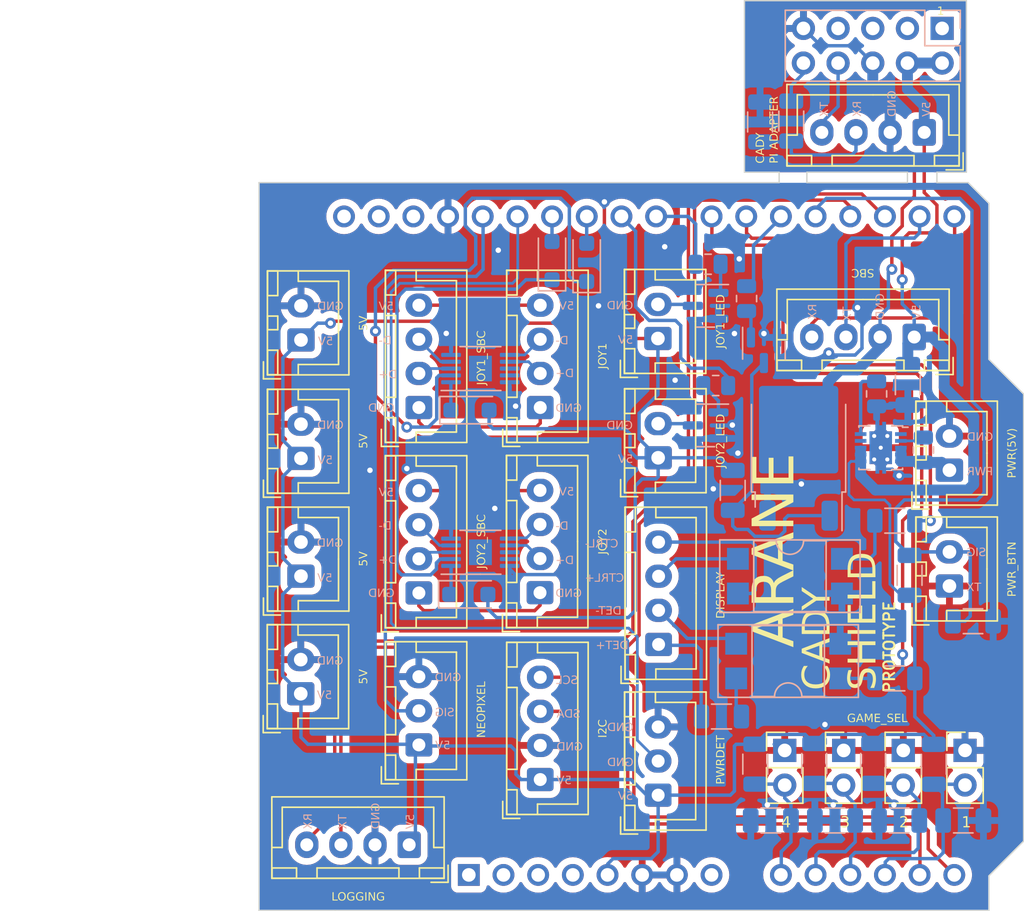
<source format=kicad_pcb>
(kicad_pcb (version 20221018) (generator pcbnew)
  (layers (0 "F.Cu" signal) (31 "B.Cu" signal) (34 "B.Paste" user) (35 "F.Paste" user) (36 "B.SilkS" user "B.Silkscreen") (37 "F.SilkS" user "F.Silkscreen") (38 "B.Mask" user) (39 "F.Mask" user) (44 "Edge.Cuts" user))
  (net 0 "")
  (net 5 "+5V")
  (net 6 "GND")
  (net 8 "SEL1")
  (net 9 "SEL2")
  (net 10 "SEL3")
  (net 11 "SEL4")
  (net 12 "SDA")
  (net 13 "SCL")
  (net 14 "RX")
  (net 15 "TX")
  (net 16 "NEOPIXEL")
  (net 17 "PWRDET")
  (net 18 "PWR_BTN")
  (net 19 "RPI_PWR_CTRL")
  (net 20 "DISP_DET")
  (net 21 "DISP_CTRL")
  (net 22 "JOY2_LED")
  (net 23 "JOY1_LED")
  (net 24 "VCC")
  (net 25 "JOY2_CTRL")
  (net 26 "JOY1_CTRL")
  (net 27 "Net-(U3-ILIM)")
  (net 31 "Net-(J1-Pin_2)")
  (net 32 "Net-(D1-K)")
  (net 33 "Net-(D2-K)")
  (net 34 "Net-(D3-K)")
  (net 35 "Net-(J2-Pin_4)")
  (net 36 "Net-(D4-K)")
  (net 37 "Net-(J2-Pin_1)")
  (net 38 "RPI1_D+")
  (net 39 "Net-(J3-Pin_4)")
  (net 40 "Net-(J7-Pin_1)")
  (net 41 "Net-(J7-Pin_3)")
  (net 42 "Net-(J7-Pin_4)")
  (net 43 "LOG_RX")
  (net 44 "LOG_TX")
  (net 45 "Net-(J10-Pin_2)")
  (net 46 "RPI_GND")
  (net 47 "Net-(J24-Pin_3)")
  (net 48 "Net-(R8-Pad1)")
  (net 49 "Net-(R9-Pad2)")
  (net 50 "Net-(Q2-B)")
  (net 51 "Net-(Q3-B)")
  (net 52 "RPI1_D-")
  (net 53 "Net-(J3-Pin_1)")
  (net 54 "Net-(Q6-G)")
  (net 55 "Net-(Q7-B)")
  (net 56 "Net-(U3-EN{slash}UVLO)")
  (net 59 "RPI2_D+")
  (net 60 "RPI2_D-")
  (net 61 "TX_PI")
  (net 62 "RX_PI")
  (net 67 "Net-(J7-Pin_2)")
  (net 68 "PCB1_D+")
  (net 69 "PCB1_D-")
  (net 70 "PCB2_D+")
  (net 71 "PCB2_D-")
  (footprint "Connector_JST:JST_XH_B2B-XH-A_1x02_P2.50mm_Vertical" (layer "F.Cu") (at 170.8425 112.4945 90)
    (fp_text reference "J14" hide)
    (fp_text value "RPI_PWR_BTN")
  )
  (footprint "Connector_JST:JST_XH_B2B-XH-A_1x02_P2.50mm_Vertical" (layer "F.Cu") (at 149.4895 94.3535 90)
    (fp_text reference "J1" hide)
    (fp_text value "LED JOY1")
  )
  (footprint "Connector_JST:JST_XH_B4B-XH-A_1x04_P2.50mm_Vertical" (layer "F.Cu") (at 140.8705 126.6785 90)
    (fp_text reference "J9" hide)
    (fp_text value "I2C")
  )
  (footprint "Connector_JST:JST_XH_B4B-XH-A_1x04_P2.50mm_Vertical" (layer "F.Cu") (at 131.9805 113.0025 90)
    (fp_text reference "J3" hide)
    (fp_text value "JOY2 RPI")
  )
  (footprint "Connector_PinHeader_2.54mm:PinHeader_1x02_P2.54mm_Vertical" (layer "F.Cu") (at 158.7775 124.5445)
    (fp_text reference "J13" hide)
    (fp_text value "SEL4_JMP" hide)
  )
  (footprint "Connector_JST:JST_XH_B3B-XH-A_1x03_P2.50mm_Vertical" (layer "F.Cu") (at 131.9805 124.1385 90)
    (fp_text reference "J17" hide)
    (fp_text value "NEOPIXEL")
  )
  (footprint "Connector_JST:JST_XH_B2B-XH-A_1x02_P2.50mm_Vertical" (layer "F.Cu") (at 170.8425 104.0055 90)
    (fp_text reference "J16" hide)
    (fp_text value "PWR")
  )
  (footprint "Connector_JST:JST_XH_B4B-XH-A_1x04_P2.50mm_Vertical" (layer "F.Cu") (at 140.8705 99.4135 90)
    (fp_text reference "J4" hide)
    (fp_text value "JOY1 PCB")
  )
  (footprint "Connector_JST:JST_XH_B2B-XH-A_1x02_P2.50mm_Vertical" (layer "F.Cu") (at 123.3445 94.4605 90)
    (fp_text reference "J22" hide)
    (fp_text value "5V")
  )
  (footprint "Connector_PinHeader_2.54mm:PinHeader_1x02_P2.54mm_Vertical" (layer "F.Cu") (at 167.4625 124.5445)
    (fp_text reference "J11" hide)
    (fp_text value "SEL2_JMP" hide)
  )
  (footprint "Connector_JST:JST_XH_B4B-XH-A_1x04_P2.50mm_Vertical" (layer "F.Cu") (at 149.5385 116.7765 90)
    (fp_text reference "J7" hide)
    (fp_text value "DISPLAY_CTRL")
  )
  (footprint "Connector_JST:JST_XH_B2B-XH-A_1x02_P2.50mm_Vertical" (layer "F.Cu") (at 123.3445 103.1365 90)
    (fp_text reference "J21" hide)
    (fp_text value "5V")
  )
  (footprint "Connector_JST:JST_XH_B4B-XH-A_1x04_P2.50mm_Vertical" (layer "F.Cu") (at 168.997 79.248 180)
    (fp_text reference "J24" hide)
    (fp_text value "RPI_CTRL_PI_SIDE")
  )
  (footprint "Connector_PinHeader_2.54mm:PinHeader_1x02_P2.54mm_Vertical" (layer "F.Cu") (at 171.9855 124.5395)
    (fp_text reference "J6" hide)
    (fp_text value "SEL1_JMP" hide)
  )
  (footprint "Connector_JST:JST_XH_B4B-XH-A_1x04_P2.50mm_Vertical" (layer "F.Cu") (at 168.2625 94.2465 180)
    (fp_text reference "J15" hide)
    (fp_text value "RPI_CTRL")
  )
  (footprint "Connector_PinHeader_2.54mm:PinHeader_1x02_P2.54mm_Vertical" (layer "F.Cu") (at 163.0955 124.5445)
    (fp_text reference "J12" hide)
    (fp_text value "SEL3_JMP" hide)
  )
  (footprint "Connector_JST:JST_XH_B2B-XH-A_1x02_P2.50mm_Vertical" (layer "F.Cu") (at 123.3445 111.7725 90)
    (fp_text reference "J20" hide)
    (fp_text value "5V")
  )
  (footprint "Connector_JST:JST_XH_B4B-XH-A_1x04_P2.50mm_Vertical" (layer "F.Cu") (at 131.2695 131.4575 180)
    (fp_text reference "J8" hide)
    (fp_text value "LOG")
  )
  (footprint "Connector_JST:JST_XH_B4B-XH-A_1x04_P2.50mm_Vertical" (layer "F.Cu") (at 131.9805 99.4135 90)
    (fp_text reference "J2" hide)
    (fp_text value "JOY1 RPI")
  )
  (footprint "Connector_JST:JST_XH_B4B-XH-A_1x04_P2.50mm_Vertical" (layer "F.Cu") (at 140.8535 112.9825 90)
    (fp_text reference "J5" hide)
    (fp_text value "JOY2 PCB")
  )
  (footprint "Connector_JST:JST_XH_B3B-XH-A_1x03_P2.50mm_Vertical" (layer "F.Cu") (at 149.5065 127.8215 90)
    (fp_text reference "J18" hide)
    (fp_text value "PWRDET")
  )
  (footprint "Connector_JST:JST_XH_B2B-XH-A_1x02_P2.50mm_Vertical" (layer "F.Cu") (at 149.5065 103.0965 90)
    (fp_text reference "J10" hide)
    (fp_text value "LED JOY2")
  )
  (footprint "Connector_JST:JST_XH_B2B-XH-A_1x02_P2.50mm_Vertical" (layer "F.Cu") (at 123.3275 120.3885 90)
    (fp_text reference "J19" hide)
    (fp_text value "5V")
  )
  (footprint "Resistor_SMD:R_1206_3216Metric" (layer "B.Cu") (at 156.972 78.486 -90)
    (fp_text reference "R16" hide)
    (fp_text value "2k")
  )
  (footprint "Diode_SMD:D_SOD-123F" (layer "B.Cu") (at 135.724 99.606)
    (fp_text reference "D2" hide)
    (fp_text value "SM4007PL")
  )
  (footprint "Package_TO_SOT_SMD:SOT-23" (layer "B.Cu") (at 152.984 91.9605 180)
    (fp_text reference "Q2" hide)
    (fp_text value "BC847")
  )
  (footprint "Capacitor_SMD:C_1206_3216Metric" (layer "B.Cu") (at 171.8585 129.6795)
    (fp_text reference "C1" hide)
    (fp_text value "10n")
  )
  (footprint "Resistor_SMD:R_1206_3216Metric" (layer "B.Cu") (at 166.84 107.7085 180)
    (fp_text reference "R9" hide)
    (fp_text value "220")
  )
  (footprint "Diode_SMD:D_SOD-123F" (layer "B.Cu") (at 141.732 88.649 90)
    (fp_text reference "D3" hide)
    (fp_text value "SM4007PL")
  )
  (footprint "Module:Arduino_UNO_R3" (layer "B.Cu") (at 135.6381 133.6673)
    (fp_text reference "A1" hide)
    (fp_text value "Arduino_UNO_R3")
  )
  (footprint "Resistor_SMD:R_0805_2012Metric" (layer "B.Cu") (at 168.9375 102.525 90)
    (fp_text reference "R19" hide)
    (fp_text value "1M")
  )
  (footprint "Resistor_SMD:R_1206_3216Metric" (layer "B.Cu") (at 154.9675 105.484 -90)
    (fp_text reference "R1" hide)
    (fp_text value "10k")
  )
  (footprint "Capacitor_SMD:C_1206_3216Metric" (layer "B.Cu") (at 172.5715 115.0745)
    (fp_text reference "C5" hide)
    (fp_text value "10n")
  )
  (footprint "Resistor_SMD:R_1206_3216Metric" (layer "B.Cu") (at 159.258 78.4205 90)
    (fp_text reference "R15" hide)
    (fp_text value "1k")
  )
  (footprint "Connector_PinSocket_2.54mm:PinSocket_2x05_P2.54mm_Vertical" (layer "B.Cu") (at 170.307 71.628 90)
    (fp_text reference "J23" hide)
    (fp_text value "PI_PINS")
  )
  (footprint "Resistor_SMD:R_1206_3216Metric" (layer "B.Cu") (at 165.2545 125.495 90)
    (fp_text reference "R12" hide)
    (fp_text value "10k")
  )
  (footprint "Resistor_SMD:R_1206_3216Metric" (layer "B.Cu") (at 169.6995 125.5605 90)
    (fp_text reference "R11" hide)
    (fp_text value "10k")
  )
  (footprint "Diode_SMD:D_SOD-123F" (layer "B.Cu") (at 144.272 88.776 90)
    (fp_text reference "D1" hide)
    (fp_text value "SM4007PL")
  )
  (footprint "Capacitor_SMD:C_1206_3216Metric" (layer "B.Cu") (at 167.1595 129.6795 180)
    (fp_text reference "C2" hide)
    (fp_text value "10n")
  )
  (footprint "Resistor_SMD:R_1206_3216Metric" (layer "B.Cu") (at 166.844 119.2655)
    (fp_text reference "R10" hide)
    (fp_text value "10k")
  )
  (footprint "Package_DIP:DIP-4_W7.62mm_SMDSocket_SmallPads" (layer "B.Cu") (at 159.1585 111.7725 180)
    (fp_text reference "U2" hide)
    (fp_text value "EL817")
  )
  (footprint "Resistor_SMD:R_1206_3216Metric" (layer "B.Cu") (at 156.6185 125.55 90)
    (fp_text reference "R14" hide)
    (fp_text value "10k")
  )
  (footprint "Capacitor_SMD:C_1206_3216Metric" (layer "B.Cu") (at 157.7615 129.6795 180)
    (fp_text reference "C4" hide)
    (fp_text value "10n")
  )
  (footprint "Diode_SMD:D_SOD-123F" (layer "B.Cu") (at 135.636 113.106)
    (fp_text reference "D4" hide)
    (fp_text value "SM4007PL")
  )
  (footprint "Capacitor_SMD:C_1206_3216Metric" (layer "B.Cu") (at 167.7945 97.7535 90)
    (fp_text reference "C6" hide)
    (fp_text value "1u" hide)
  )
  (footprint "Package_SO:MSOP-10-1EP_3x3mm_P0.5mm_EP1.68x1.88mm" (layer "B.Cu") (at 136.486 96.558)
    (fp_text reference "U4" hide)
    (fp_text value "~")
  )
  (footprint "Capacitor_SMD:C_1206_3216Metric" (layer "B.Cu") (at 162.4605 129.6795 180)
    (fp_text reference "C3" hide)
    (fp_text value "10n")
  )
  (footprint "Resistor_SMD:R_1206_3216Metric" (layer "B.Cu") (at 160.9365 125.499 90)
    (fp_text reference "R13" hide)
    (fp_text value "10k")
  )
  (footprint "Resistor_SMD:R_1206_3216Metric" (layer "B.Cu") (at 154.144 122.0595 180)
    (fp_text reference "R8" hide)
    (fp_text value "220")
  )
  (footprint "Package_SO:MSOP-10-1EP_3x3mm_P0.5mm_EP1.68x1.88mm" (layer "B.Cu") (at 136.486 110.02)
    (fp_text reference "U5" hide)
    (fp_text value "~")
  )
  (footprint "Resistor_SMD:R_0805_2012Metric" (layer "B.Cu") (at 155.9835 91.429 -90)
    (fp_text reference "R2" hide)
    (fp_text value "100")
  )
  (footprint "Resistor_SMD:R_1206_3216Metric" (layer "B.Cu") (at 167.9215 111.711 90)
    (fp_text reference "R7" hide)
    (fp_text value "10k")
  )
  (footprint "Resistor_SMD:R_0805_2012Metric" (layer "B.Cu") (at 165.5085 98.414 -90)
    (fp_text reference "R17" hide)
    (fp_text value "100k")
  )
  (footprint "Package_DIP:DIP-4_W7.62mm_SMDSocket_SmallPads" (layer "B.Cu") (at 159.0315 117.9955)
    (fp_text reference "U1" hide)
    (fp_text value "EL817")
  )
  (footprint "Package_TO_SOT_SMD:SOT-23" (layer "B.Cu") (at 152.984 100.7235 180)
    (fp_text reference "Q3" hide)
    (fp_text value "BC847")
  )
  (footprint "Resistor_SMD:R_0805_2012Metric" (layer "B.Cu") (at 153.166 88.9125)
    (fp_text reference "R3" hide)
    (fp_text value "100")
  )
  (footprint "Package_TO_SOT_SMD:SOT-23" (layer "B.Cu") (at 157.2535 95.214 -90)
    (fp_text reference "Q7" hide)
    (fp_text value "BC847")
  )
  (footprint "Package_TO_SOT_SMD:TO-252-2" (layer "B.Cu") (at 159.7935 102.2965 90)
    (fp_text reference "Q6" hide)
    (fp_text value "BUK7212-55B")
  )
  (footprint "Resistor_SMD:R_0805_2012Metric" (layer "B.Cu") (at 153.721 97.8025 180)
    (fp_text reference "R4" hide)
    (fp_text value "100")
  )
  (footprint "Package_SON:VSON-10-1EP_3x3mm_P0.5mm_EP1.65x2.4mm_ThermalVias" (layer "B.Cu") (at 165.8115 102.3585 180)
    (fp_text reference "U3" hide)
    (fp_text value "TPS2592xx")
  )
  (gr_line (start 169.926 82.169) (end 169.926 82.931) (stroke (width 0.1)) (layer "Edge.Cuts"))
  (gr_line (start 176.276 98.425) (end 176.276 131.191) (stroke (width 0.1)) (layer "Edge.Cuts"))
  (gr_line (start 155.829 69.596) (end 155.829 82.169) (stroke (width 0.1)) (layer "Edge.Cuts"))
  (gr_line (start 160.401 82.931) (end 160.401 82.169) (stroke (width 0.1)) (layer "Edge.Cuts"))
  (gr_line (start 173.736 84.455) (end 173.736 95.885) (stroke (width 0.1)) (layer "Edge.Cuts"))
  (gr_line (start 176.276 131.191) (end 173.736 133.731) (stroke (width 0.1)) (layer "Edge.Cuts"))
  (gr_line (start 160.401 82.169) (end 167.767 82.169) (stroke (width 0.1)) (layer "Edge.Cuts"))
  (gr_line (start 169.926 82.931) (end 172.212 82.931) (stroke (width 0.1)) (layer "Edge.Cuts"))
  (gr_line (start 167.767 82.931) (end 167.767 82.169) (stroke (width 0.1)) (layer "Edge.Cuts"))
  (gr_line (start 158.369 82.931) (end 120.269 82.931) (stroke (width 0.1)) (layer "Edge.Cuts"))
  (gr_line (start 173.736 95.885) (end 176.276 98.425) (stroke (width 0.1)) (layer "Edge.Cuts"))
  (gr_line (start 173.736 84.455) (end 172.212 82.931) (stroke (width 0.1)) (layer "Edge.Cuts"))
  (gr_line (start 173.736 136.271) (end 125.857 136.271) (stroke (width 0.1)) (layer "Edge.Cuts"))
  (gr_line (start 172.085 82.169) (end 169.926 82.169) (stroke (width 0.1)) (layer "Edge.Cuts"))
  (gr_line (start 120.269 82.931) (end 120.269 136.271) (stroke (width 0.1)) (layer "Edge.Cuts"))
  (gr_line (start 172.085 69.596) (end 155.829 69.596) (stroke (width 0.1)) (layer "Edge.Cuts"))
  (gr_line (start 172.085 82.169) (end 172.085 69.596) (stroke (width 0.1)) (layer "Edge.Cuts"))
  (gr_line (start 158.369 82.169) (end 155.829 82.169) (stroke (width 0.1)) (layer "Edge.Cuts"))
  (gr_line (start 120.269 136.271) (end 125.857 136.271) (stroke (width 0.1)) (layer "Edge.Cuts"))
  (gr_line (start 167.767 82.931) (end 160.401 82.931) (stroke (width 0.1)) (layer "Edge.Cuts"))
  (gr_line (start 173.736 133.731) (end 173.736 136.271) (stroke (width 0.1)) (layer "Edge.Cuts"))
  (gr_line (start 158.369 82.169) (end 158.369 82.931) (stroke (width 0.1)) (layer "Edge.Cuts"))
  (gr_text "CTRL-" (at 144.1471 109.7659) (layer "B.SilkS") (effects (font (size 0.6 0.6)) (justify right bottom mirror)))
  (gr_text "SDA" (at 142.0643 122.2373) (layer "B.SilkS") (effects (font (size 0.6 0.6)) (justify right bottom mirror)))
  (gr_text "5V" (at 129.032 92.3669) (layer "B.SilkS") (effects (font (size 0.6 0.6)) (justify right bottom mirror)))
  (gr_text "GND" (at 133.1489 119.5703) (layer "B.SilkS") (effects (font (size 0.6 0.6)) (justify right bottom mirror)))
  (gr_text "5V" (at 129.032 106.0067) (layer "B.SilkS") (effects (font (size 0.6 0.6)) (justify right bottom mirror)))
  (gr_text "GND" (at 145.7219 101.1045) (layer "B.SilkS") (effects (font (size 0.6 0.6)) (justify right bottom mirror)))
  (gr_text "5V" (at 124.5637 103.6445) (layer "B.SilkS") (effects (font (size 0.6 0.6)) (justify right bottom mirror)))
  (gr_text "5V" (at 169.545 78.105 90) (layer "B.SilkS") (effects (font (size 0.6 0.6)) (justify right bottom mirror)))
  (gr_text "GND" (at 141.986 99.8345) (layer "B.SilkS") (effects (font (size 0.6 0.6)) (justify right bottom mirror)))
  (gr_text "TX" (at 163.7305 93.1035 90) (layer "B.SilkS") (effects (font (size 0.6 0.6)) (justify right bottom mirror)))
  (gr_text "TX" (at 162.052 78.105 90) (layer "B.SilkS") (effects (font (size 0.6 0.6)) (justify right bottom mirror)))
  (gr_text "SIG" (at 133.1489 122.1357) (layer "B.SilkS") (effects (font (size 0.6 0.6)) (justify right bottom mirror)))
  (gr_text "GND" (at 129.1865 130.3145 90) (layer "B.SilkS") (effects (font (size 0.6 0.6)) (justify right bottom mirror)))
  (gr_text "GND" (at 124.5129 118.3511) (layer "B.SilkS") (effects (font (size 0.6 0.6)) (justify right bottom mirror)))
  (gr_text "PWR" (at 172.1125 104.4827) (layer "B.SilkS") (effects (font (size 0.6 0.6)) (justify right bottom mirror)))
  (gr_text "GND" (at 128.27 99.822) (layer "B.SilkS") (effects (font (size 0.6 0.6)) (justify right bottom mirror)))
  (gr_text "5V" (at 124.5129 120.8657) (layer "B.SilkS") (effects (font (size 0.6 0.6)) (justify right bottom mirror)))
  (gr_text "5V" (at 168.8105 92.9765 90) (layer "B.SilkS") (effects (font (size 0.6 0.6)) (justify right bottom mirror)))
  (gr_text "5V" (at 133.1743 124.5487) (layer "B.SilkS") (effects (font (size 0.6 0.6)) (justify right bottom mirror)))
  (gr_text "5V" (at 142.24 105.9559) (layer "B.SilkS") (effects (font (size 0.6 0.6)) (justify right bottom mirror)))
  (gr_text "CTRL+" (at 144.1471 112.2805) (layer "B.SilkS") (effects (font (size 0.6 0.6)) (justify right bottom mirror)))
  (gr_text "SCL" (at 142.0389 119.7735) (layer "B.SilkS") (effects (font (size 0.6 0.6)) (justify right bottom mirror)))
  (gr_text "GND" (at 166.1435 92.9765 90) (layer "B.SilkS") (effects (font (size 0.6 0.6)) (justify right bottom mirror)))
  (gr_text "D+" (at 141.986 97.282) (layer "B.SilkS") (effects (font (size 0.6 0.6)) (justify right bottom mirror)))
  (gr_text "RX" (at 124.2335 130.3145 90) (layer "B.SilkS") (effects (font (size 0.6 0.6)) (justify right bottom mirror)))
  (gr_text "D-" (at 129.032 108.458) (layer "B.SilkS") (effects (font (size 0.6 0.6)) (justify right bottom mirror)))
  (gr_text "GND" (at 124.5383 101.0791) (layer "B.SilkS") (effects (font (size 0.6 0.6)) (justify right bottom mirror)))
  (gr_text "GND" (at 141.986 113.3981) (layer "B.SilkS") (effects (font (size 0.6 0.6)) (justify right bottom mirror)))
  (gr_text "D+" (at 141.986 110.9851) (layer "B.SilkS") (effects (font (size 0.6 0.6)) (justify right bottom mirror)))
  (gr_text "5V" (at 146.5601 94.8307) (layer "B.SilkS") (effects (font (size 0.6 0.6)) (justify right bottom mirror)))
  (gr_text "GND" (at 142.0643 124.6503) (layer "B.SilkS") (effects (font (size 0.6 0.6)) (justify right bottom mirror)))
  (gr_text "GND" (at 145.7473 92.3161) (layer "B.SilkS") (effects (font (size 0.6 0.6)) (justify right bottom mirror)))
  (gr_text "RX" (at 164.465 78.105 90) (layer "B.SilkS") (effects (font (size 0.6 0.6)) (justify right bottom mirror)))
  (gr_text "5V" (at 124.5383 112.2805) (layer "B.SilkS") (effects (font (size 0.6 0.6)) (justify right bottom mirror)))
  (gr_text "D-" (at 141.986 94.8815) (layer "B.SilkS") (effects (font (size 0.6 0.6)) (justify right bottom mirror)))
  (gr_text "DET-" (at 144.907 114.681) (layer "B.SilkS") (effects (font (size 0.6 0.6)) (justify right bottom mirror)))
  (gr_text "5V" (at 142.24 92.3415) (layer "B.SilkS") (effects (font (size 0.6 0.6)) (justify right bottom mirror)))
  (gr_text "D+" (at 129.032 97.3707) (layer "B.SilkS") (effects (font (size 0.6 0.6)) (justify right bottom mirror)))
  (gr_text "5V" (at 146.5601 128.2571) (layer "B.SilkS") (effects (font (size 0.6 0.6)) (justify right bottom mirror)))
  (gr_text "5V" (at 131.7265 130.3145 90) (layer "B.SilkS") (effects (font (size 0.6 0.6)) (justify right bottom mirror)))
  (gr_text "5V" (at 142.0643 127.1141) (layer "B.SilkS") (effects (font (size 0.6 0.6)) (justify right bottom mirror)))
  (gr_text "GND" (at 124.5383 92.3669) (layer "B.SilkS") (effects (font (size 0.6 0.6)) (justify right bottom mirror)))
  (gr_text "TX" (at 126.7735 130.3145 90) (layer "B.SilkS") (effects (font (size 0.6 0.6)) (justify right bottom mirror)))
  (gr_text "D+" (at 129.032 110.9597) (layer "B.SilkS") (effects (font (size 0.6 0.6)) (justify right bottom mirror)))
  (gr_text "DET+" (at 144.9345 117.221) (layer "B.SilkS") (effects (font (size 0.6 0.6)) (justify right bottom mirror)))
  (gr_text "GND" (at 145.7727 125.7933) (layer "B.SilkS") (effects (font (size 0.6 0.6)) (justify right bottom mirror)))
  (gr_text "5V" (at 146.5601 103.5683) (layer "B.SilkS") (effects (font (size 0.6 0.6)) (justify right bottom mirror)))
  (gr_text "TX" (at 172.0871 112.9663) (layer "B.SilkS") (effects (font (size 0.6 0.6)) (justify right bottom mirror)))
  (gr_text "D-" (at 141.986 108.4705) (layer "B.SilkS") (effects (font (size 0.6 0.6)) (justify right bottom mirror)))
  (gr_text "5V" (at 124.5891 94.9323) (layer "B.SilkS") (effects (font (size 0.6 0.6)) (justify right bottom mirror)))
  (gr_text "GND" (at 167.005 78.105 90) (layer "B.SilkS") (effects (font (size 0.6 0.6)) (justify right bottom mirror)))
  (gr_text "GND" (at 145.7727 123.2279) (layer "B.SilkS") (effects (font (size 0.6 0.6)) (justify right bottom mirror)))
  (gr_text "RX" (at 161.1905 92.9765 90) (layer "B.SilkS") (effects (font (size 0.6 0.6)) (justify right bottom mirror)))
  (gr_text "SIG" (at 172.0871 110.4009) (layer "B.SilkS") (effects (font (size 0.6 0.6)) (justify right bottom mirror)))
  (gr_text "GND" (at 128.27 113.3981) (layer "B.SilkS") (effects (font (size 0.6 0.6)) (justify right bottom mirror)))
  (gr_text "GND" (at 172.1125 101.9427) (layer "B.SilkS") (effects (font (size 0.6 0.6)) (justify right bottom mirror)))
  (gr_text "GND" (at 124.5129 109.7151) (layer "B.SilkS") (effects (font (size 0.6 0.6)) (justify right bottom mirror)))
  (gr_text "D-" (at 129.032 94.8815) (layer "B.SilkS") (effects (font (size 0.6 0.6)) (justify right bottom mirror)))
  (gr_text "PROTOTYPE" (at 166.9055 120.4085 90) (layer "F.SilkS") (effects (font (size 0.8 0.8)) (justify left bottom)))
  (gr_text "NEOPIXEL" (at 136.9335 121.5515 90) (layer "F.SilkS") (effects (font (size 0.6 0.6)) (justify bottom)))
  (gr_text "5V" (at 128.2975 119.1385 90) (layer "F.SilkS") (effects (font (size 0.6 0.6)) (justify bottom)))
  (gr_text "JOY2" (at 145.8235 109.2325 90) (layer "F.SilkS") (effects (font (size 0.6 0.6)) (justify bottom)))
  (gr_text "3" (at 163.195 130.3145) (layer "F.SilkS") (effects (font (size 0.8 0.8)) (justify bottom)))
  (gr_text "JOY1_SBC" (at 136.9335 95.7705 90) (layer "F.SilkS") (effects (font (size 0.6 0.6)) (justify bottom)))
  (gr_text "I2C" (at 145.8235 122.9485 90) (layer "F.SilkS") (effects (font (size 0.6 0.6)) (justify bottom)))
  (gr_text "LOGGING" (at 127.5355 135.6485) (layer "F.SilkS") (effects (font (size 0.6 0.6)) (justify bottom)))
  (gr_text "5V" (at 128.2975 93.2305 90) (layer "F.SilkS") (effects (font (size 0.6 0.6)) (justify bottom)))
  (gr_text "DISPLAY" (at 154.4595 113.1695 90) (layer "F.SilkS") (effects (font (size 0.6 0.6)) (justify bottom)))
  (gr_text "ARANE" (at 159.9205 109.8675 90) (layer "F.SilkS") (effects (font (size 3 3)) (justify bottom)))
  (gr_text "PWR_BTN" (at 175.7955 111.2645 90) (layer "F.SilkS") (effects (font (size 0.6 0.6)) (justify bottom)))
  (gr_text "GAME_SEL" (at 165.5575 122.5675) (layer "F.SilkS") (effects (font (size 0.6 0.6)) (justify bottom)))
  (gr_text "CADY\nPI ADAPTER" (at 158.369 81.534 90) (layer "F.SilkS") (effects (font (size 0.6 0.6)) (justify left bottom)))
  (gr_text "JOY1" (at 145.8235 95.6435 90) (layer "F.SilkS") (effects (font (size 0.6 0.6)) (justify bottom)))
  (gr_text "CADY\nSHIELD" (at 165.7625 120.1545 90) (layer "F.SilkS") (effects (font (size 2 2)) (justify left bottom)))
  (gr_text "JOY1_LED" (at 154.4595 93.1035 90) (layer "F.SilkS") (effects (font (size 0.6 0.6)) (justify bottom)))
  (gr_text "JOY2_SBC" (at 136.9335 109.2325 90) (layer "F.SilkS") (effects (font (size 0.6 0.6)) (justify bottom)))
  (gr_text "JOY2_LED" (at 154.4595 101.8665 90) (layer "F.SilkS") (effects (font (size 0.6 0.6)) (justify bottom)))
  (gr_text "5V" (at 128.2975 110.5025 90) (layer "F.SilkS") (effects (font (size 0.6 0.6)) (justify bottom)))
  (gr_text "2" (at 167.513 130.3145) (layer "F.SilkS") (effects (font (size 0.8 0.8)) (justify bottom)))
  (gr_text "1" (at 169.926 70.739) (layer "F.SilkS") (effects (font (size 0.6 0.6)) (justify left bottom)))
  (gr_text "SBC" (at 164.4925 89.1665 180) (layer "F.SilkS") (effects (font (size 0.6 0.6)) (justify bottom)))
  (gr_text "4" (at 158.877 130.3145) (layer "F.SilkS") (effects (font (size 0.8 0.8)) (justify bottom)))
  (gr_text "1" (at 172.085 130.3145) (layer "F.SilkS") (effects (font (size 0.8 0.8)) (justify bottom)))
  (gr_text "PWR(5V)" (at 175.7955 102.7555 90) (layer "F.SilkS") (effects (font (size 0.6 0.6)) (justify bottom)))
  (gr_text "PWRDET" (at 154.4595 125.2345 90) (layer "F.SilkS") (effects (font (size 0.6 0.6)) (justify bottom)))
  (gr_text "5V" (at 128.2975 101.8665 90) (layer "F.SilkS") (effects (font (size 0.6 0.6)) (justify bottom)))
  (segment (start 169.418 86.614) (end 167.894 86.614) (width 0.25) (layer "F.Cu") (net 5))
  (segment (start 137.033 92.837) (end 136.779 93.091) (width 0.25) (layer "F.Cu") (net 5))
  (segment (start 168.997 79.248) (end 168.997 83.653) (width 0.25) (layer "F.Cu") (net 5))
  (segment (start 136.779 93.091) (end 132.842 93.091) (width 0.25) (layer "F.Cu") (net 5))
  (segment (start 141.8865 93.2305) (end 138.5695 93.2305) (width 0.25) (layer "F.Cu") (net 5))
  (segment (start 168.997 83.653) (end 169.926 84.582) (width 0.25) (layer "F.Cu") (net 5))
  (segment (start 167.894 86.614) (end 167.386 87.122) (width 0.25) (layer "F.Cu") (net 5))
  (segment (start 167.386 87.122) (end 167.386 90.043) (width 0.25) (layer "F.Cu") (net 5))
  (segment (start 125.643 93.091) (end 125.5035 93.2305) (width 0.25) (layer "F.Cu") (net 5))
  (segment (start 169.926 84.582) (end 169.926 86.106) (width 0.25) (layer "F.Cu") (net 5))
  (segment (start 169.926 86.106) (end 169.418 86.614) (width 0.25) (layer "F.Cu") (net 5))
  (segment (start 132.842 93.091) (end 125.643 93.091) (width 0.25) (layer "F.Cu") (net 5))
  (segment (start 143.0095 94.3535) (end 141.8865 93.2305) (width 0.25) (layer "F.Cu") (net 5))
  (segment (start 138.176 92.837) (end 137.033 92.837) (width 0.25) (layer "F.Cu") (net 5))
  (segment (start 138.5695 93.2305) (end 138.176 92.837) (width 0.25) (layer "F.Cu") (net 5))
  (segment (start 149.4895 94.3535) (end 143.0095 94.3535) (width 0.25) (layer "F.Cu") (net 5))
  (via (at 167.386 90.043) (size 0.8) (drill 0.4) (layers "F.Cu" "B.Cu") (net 5))
  (via (at 125.5035 93.2305) (size 0.8) (drill 0.4) (layers "F.Cu" "B.Cu") (net 5))
  (segment (start 155.0945 124.2185) (end 155.0945 127.5205) (width 0.25) (layer "B.Cu") (net 5))
  (segment (start 167.7945 94.7145) (end 168.2625 94.2465) (width 0.8) (layer "B.Cu") (net 5))
  (segment (start 131.7265 124.3925) (end 131.9805 124.1385) (width 0.25) (layer "B.Cu") (net 5))
  (segment (start 163.4765 105.8035) (end 163.8575 106.1845) (width 0.2) (layer "B.Cu") (net 5))
  (segment (start 167.767 76.073) (end 167.767 74.168) (width 0.8) (layer "B.Cu") (net 5))
  (segment (start 155.0945 127.5205) (end 154.7935 127.8215) (width 0.25) (layer "B.Cu") (net 5))
  (segment (start 167.2905 113.1735) (end 166.4805 112.3635) (width 0.2) (layer "B.Cu") (net 5))
  (segment (start 123.3275 120.3885) (end 122.0025 119.0635) (width 0.25) (layer "B.Cu") (net 5))
  (segment (start 140.8705 126.6785) (end 147.5215 126.6785) (width 0.25) (layer "B.Cu") (net 5))
  (segment (start 131.9805 124.1385) (end 132.0605 124.2185) (width 0.25) (layer "B.Cu") (net 5))
  (segment (start 122.0195 110.4475) (end 122.0195 104.4615) (width 0.25) (layer "B.Cu") (net 5))
  (segment (start 148.1095 101.6995) (end 149.5065 103.0965) (width 0.25) (layer "B.Cu") (net 5))
  (segment (start 149.5065 103.0965) (end 149.5065 104.4935) (width 0.25) (layer "B.Cu") (net 5))
  (segment (start 168.3065 113.5585) (end 167.9215 113.1735) (width 0.25) (layer "B.Cu") (net 5))
  (segment (start 139.0925 126.2975) (end 139.4735 126.6785) (width 0.25) (layer "B.Cu") (net 5))
  (segment (start 122.0195 101.8115) (end 122.0195 95.7855) (width 0.25) (layer "B.Cu") (net 5))
  (segment (start 165.4225 105.4595) (end 164.3365 104.3735) (width 0.8) (layer "B.Cu") (net 5))
  (segment (start 145.8235 132.8545) (end 145.8235 133.7435) (width 0.25) (layer "B.Cu") (net 5))
  (segment (start 149.4895 94.3535) (end 149.4895 98.4545) (width 0.25) (layer "B.Cu") (net 5))
  (segment (start 164.3365 103.3585) (end 164.3365 102.5985) (width 0.8) (layer "B.Cu") (net 5))
  (segment (start 123.3445 103.1365) (end 122.0195 101.8115) (width 0.25) (layer "B.Cu") (net 5))
  (segment (start 161.6035 123.3695) (end 164.5915 123.3695) (width 0.25) (layer "B.Cu") (net 5))
  (segment (start 123.3445 120.4055) (end 123.3275 120.3885) (width 0.25) (layer "B.Cu") (net 5))
  (segment (start 166.0995 106.1845) (end 166.4805 106.5655) (width 0.2) (layer "B.Cu") (net 5))
  (segment (start 156.6145 124.0915) (end 155.2215 124.0915) (width 0.25) (layer "B.Cu") (net 5))
  (segment (start 165.2545 124.0325) (end 165.9175 123.3695) (width 0.25) (layer "B.Cu") (net 5))
  (segment (start 132.0605 124.2185) (end 138.7115 124.2185) (width 0.25) (layer "B.Cu") (net 5))
  (segment (start 147.5215 126.6785) (end 148.6645 127.8215) (width 0.25) (layer "B.Cu") (net 5))
  (segment (start 163.8575 106.1845) (end 166.0995 106.1845) (width 0.2) (layer "B.Cu") (net 5))
  (segment (start 137.036 113.106) (end 137.036 114.176) (width 0.25) (layer "B.Cu") (net 5))
  (segment (start 163.4765 103.5175) (end 163.4765 105.8035) (width 0.2) (layer "B.Cu") (net 5))
  (segment (start 161.7475 124.0365) (end 161.7475 123.7105) (width 0.25) (layer "B.Cu") (net 5))
  (segment (start 137.124 100.675) (end 137.414 100.965) (width 0.25) (layer "B.Cu") (net 5))
  (segment (start 149.5065 103.0965) (end 154.0425 103.0965) (width 0.25) (layer "B.Cu") (net 5))
  (segment (start 163.6355 103.3585) (end 163.4765 103.5175) (width 0.2) (layer "B.Cu") (net 5))
  (segment (start 147.828 105.156) (end 148.336 104.648) (width 0.25) (layer "B.Cu") (net 5))
  (segment (start 123.8525 124.0915) (end 123.3445 123.5835) (width 0.25) (layer "B.Cu") (net 5))
  (segment (start 168.3065 119.2655) (end 168.3065 113.5585) (width 0.25) (layer "B.Cu") (net 5))
  (segment (start 149.5065 131.9655) (end 148.9985 132.4735) (width 0.25) (layer "B.Cu") (net 5))
  (segment (start 154.7935 127.8215) (end 149.5065 127.8215) (width 0.25) (layer "B.Cu") (net 5))
  (segment (start 170.4615 97.9295) (end 172.6205 100.0885) (width 0.8) (layer "B.Cu") (net 5))
  (segment (start 167.386 90.043) (end 167.386 91.821) (width 0.25) (layer "B.Cu") (net 5))
  (segment (start 168.2625 94.2465) (end 169.5725 94.2465) (width 0.8) (layer "B.Cu") (net 5))
  (segment (start 148.9985 132.4735) (end 146.2045 132.4735) (width 0.25) (layer "B.Cu") (net 5))
  (segment (start 139.4735 126.6785) (end 140.8705 126.6785) (width 0.25) (layer "B.Cu") (net 5))
  (segment (start 148.6645 127.8215) (end 149.5065 127.8215) (width 0.25) (layer "B.Cu") (net 5))
  (segment (start 167.9215 113.1735) (end 167.2905 113.1735) (width 0.2) (layer "B.Cu") (net 5))
  (segment (start 149.4895 98.4545) (end 148.1095 99.8345) (width 0.25) (layer "B.Cu") (net 5))
  (segment (start 164.5915 123.3695) (end 165.2545 124.0325) (width 0.25) (layer "B.Cu") (net 5))
  (segment (start 172.6205 105.0415) (end 172.2025 105.4595) (width 0.8) (layer "B.Cu") (net 5))
  (segment (start 137.668 114.808) (end 147.32 114.808) (width 0.25) (layer "B.Cu") (net 5))
  (segment (start 131.2695 131.4575) (end 131.7265 131.0005) (width 0.25) (layer "B.Cu") (net 5))
  (segment (start 164.3365 103.3585) (end 163.6355 103.3585) (width 0.2) (layer "B.Cu") (net 5))
  (segment (start 138.7115 124.2185) (end 139.0925 124.5995) (width 0.25) (layer "B.Cu") (net 5))
  (segment (start 137.124 99.606) (end 137.124 100.675) (width 0.25) (layer "B.Cu") (net 5))
  (segment (start 124.5745 93.2305) (end 123.3445 94.4605) (width 0.25) (layer "B.Cu") (net 5))
  (segment (start 168.3065 122.0635) (end 168.3065 121.8055) (width 0.25) (layer "B.Cu") (net 5))
  (segment (start 147.955 103.124) (end 147.9825 103.0965) (width 0.25) (layer "B.Cu") (net 5))
  (segment (start 122.0025 113.1145) (end 123.3445 111.7725) (width 0.25) (layer "B.Cu") (net 5))
  (segment (start 157.3365 123.3695) (end 156.6185 124.0875) (width 0.25) (layer "B.Cu") (net 5))
  (segment (start 149.5065 127.8215) (end 149.5065 131.9655) (width 0.25) (layer "B.Cu") (net 5))
  (segment (start 172.2025 105.4595) (end 165.4225 105.4595) (width 0.8) (layer "B.Cu") (net 5))
  (segment (start 161.7475 124.0365) (end 161.7475 123.8375) (width 0.25) (layer "B.Cu") (net 5))
  (segment (start 147.32 114.808) (end 147.828 114.3) (width 0.25) (layer "B.Cu") (net 5))
  (segment (start 131.9805 124.1385) (end 131.9335 124.0915) (width 0.25) (layer "B.Cu") (net 5))
  (segment (start 147.447 102.616) (end 147.955 103.124) (width 0.25) (layer "B.Cu") (net 5))
  (segment (start 147.447 101.346) (end 147.447 102.616) (width 0.25) (layer "B.Cu") (net 5))
  (segment (start 148.1095 99.8345) (end 148.1095 101.6995) (width 0.25) (layer "B.Cu") (net 5))
  (segment (start 123.3445 123.5835) (end 123.3445 120.4055) (width 0.25) (layer "B.Cu") (net 5))
  (segment (start 169.6995 123.4565) (end 168.3065 122.0635) (width 0.25) (layer "B.Cu") (net 5))
  (segment (start 169.6995 124.098) (end 169.6995 123.4565) (width 0.25) (layer "B.Cu") (net 5))
  (segment (start 146.2045 132.4735) (end 145.8235 132.8545) (width 0.25) (layer "B.Cu") (net 5))
  (segment (start 149.5065 104.4935) (end 149.352 104.648) (width 0.25) (layer "B.Cu") (net 5))
  (segment (start 137.414 100.965) (end 147.066 100.965) (width 0.25) (layer "B.Cu") (net 5))
  (segment (start 167.386 91.821) (end 168.2625 92.6975) (width 0.25) (layer "B.Cu") (net 5))
  (segment (start 160.9365 124.0365) (end 161.6035 123.3695) (width 0.25) (layer "B.Cu") (net 5))
  (segment (start 139.0925 124.5995) (end 139.0925 126.2975) (width 0.25) (layer "B.Cu") (net 5))
  (segment (start 124.5745 93.2305) (end 125.5035 93.2305) (width 0.25) (layer "B.Cu") (net 5))
  (segment (start 167.767 74.168) (end 170.307 74.168) (width 0.8) (layer "B.Cu") (net 5))
  (segment (start 168.997 79.248) (end 168.997 77.303) (width 0.8) (layer "B.Cu") (net 5))
  (segment (start 122.0195 95.7855) (end 123.3445 94.4605) (width 0.25) (layer "B.Cu") (net 5))
  (segment (start 165.9175 123.3695) (end 168.971 123.3695) (width 0.25) (layer "B.Cu") (net 5))
  (segment (start 166.4805 112.3635) (end 166.4805 106.5655) (width 0.2) (layer "B.Cu") (net 5))
  (segment (start 131.7265 131.0005) (end 131.7265 124.3925) (width 0.25) (layer "B.Cu") (net 5))
  (segment (start 168.2625 92.6975) (end 168.2625 94.2465) (width 0.25) (layer "B.Cu") (net 5))
  (segment (start 168.3065 121.8055) (end 168.3065 119.2655) (width 0.25) (layer "B.Cu") (net 5))
  (segment (start 137.036 114.176) (end 137.668 114.808) (width 0.25) (layer "B.Cu") (net 5))
  (segment (start 147.9825 103.0965) (end 149.5065 103.0965) (width 0.25) (layer "B.Cu") (net 5))
  (segment (start 131.9335 124.0915) (end 123.8525 124.0915) (width 0.25) (layer "B.Cu") (net 5))
  (segment (start 160.9365 124.0365) (end 160.2695 123.3695) (width 0.25) (layer "B.Cu") (net 5))
  (segment (start 123.3445 111.7725) (end 122.0195 110.4475) (width 0.25) (layer "B.Cu") (net 5))
  (segment (start 156.6185 124.0875) (end 156.6145 124.0915) (width 0.25) (layer "B.Cu") (net 5))
  (segment (start 168.997 77.303) (end 167.767 76.073) (width 0.8) (layer "B.Cu") (net 5))
  (segment (start 169.5725 94.2465) (end 170.4615 95.1355) (width 0.8) (layer "B.Cu") (net 5))
  (segment (start 172.6205 100.0885) (end 172.6205 105.0415) (width 0.8) (layer "B.Cu") (net 5))
  (segment (start 168.971 123.3695) (end 169.6995 124.098) (width 0.25) (layer "B.Cu") (net 5))
  (segment (start 155.2215 124.0915) (end 155.0945 124.2185) (width 0.25) (layer "B.Cu") (net 5))
  (segment (start 160.2695 123.3695) (end 157.3365 123.3695) (width 0.25) (layer "B.Cu") (net 5))
  (segment (start 147.066 100.965) (end 147.447 101.346) (width 0.25) (layer "B.Cu") (net 5))
  (segment (start 122.0195 104.4615) (end 123.3445 103.1365) (width 0.25) (layer "B.Cu") (net 5))
  (segment (start 164.3365 104.3735) (end 164.3365 103.3585) (width 0.8) (layer "B.Cu") (net 5))
  (segment (start 170.4615 95.1355) (end 170.4615 97.9295) (width 0.8) (layer "B.Cu") (net 5))
  (segment (start 167.7945 96.2785) (end 167.7945 94.7145) (width 0.8) (layer "B.Cu") (net 5))
  (segment (start 122.0025 119.0635) (end 122.0025 113.1145) (width 0.25) (layer "B.Cu") (net 5))
  (segment (start 154.0425 103.0965) (end 154.9675 104.0215) (width 0.25) (layer "B.Cu") (net 5))
  (segment (start 148.336 104.648) (end 149.352 104.648) (width 0.25) (layer "B.Cu") (net 5))
  (segment (start 147.828 114.3) (end 147.828 105.156) (width 0.25) (layer "B.Cu") (net 5))
  (segment (start 162.3843 122.6437) (end 163.0955 123.3549) (width 0.25) (layer "F.Cu") (net 6))
  (segment (start 163.0955 124.5445) (end 163.0955 123.3549) (width 0.25) (layer "F.Cu") (net 6))
  (segment (start 145.5695 91.5287) (end 145.1377 91.9605) (width 0.25) (layer "F.Cu") (net 6))
  (segment (start 159.9967 105.0161) (end 156.8471 105.0161) (width 0.25) (layer "F.Cu") (net 6))
  (segment (start 139.065 99.314) (end 133.985 94.234) (width 0.25) (layer "F.Cu") (net 6))
  (segment (start 153.8499 100.6981) (end 153.1895 101.3585) (width 0.25) (layer "F.Cu") (net 6))
  (segment (start 130.971 104.013) (end 131.098 103.886) (width 0.25) (layer "F.Cu") (net 6))
  (segment (start 128.397 104.013) (end 130.971 104.013) (width 0.25) (layer "F.Cu") (net 6))
  (segment (start 162.3335 128.5365) (end 166.7785 128.5365) (width 0.25) (layer "F.Cu") (net 6))
  (segment (start 157.5075 128.5365) (end 162.3335 128.5365) (width 0.25) (layer "F.Cu") (net 6))
  (segment (start 155.8565 102.7555) (end 155.3485 102.7555) (width 0.25) (layer "F.Cu") (net 6))
  (segment (start 145.5695 84.3405) (end 145.5695 91.5287) (width 0.25) (layer "F.Cu") (net 6))
  (segment (start 153.1895 105.0161) (end 153.5451 105.3717) (width 0.25) (layer "F.Cu") (net 6))
  (segment (start 133.985 94.234) (end 133.985 93.98) (width 0.25) (layer "F.Cu") (net 6))
  (segment (start 156.3645 104.5335) (end 156.3645 103.2635) (width 0.25) (layer "F.Cu") (net 6))
  (segment (start 161.7239 122.6437) (end 162.3843 122.6437) (width 0.25) (layer "F.Cu") (net 6))
  (segment (start 156.3645 103.2635) (end 155.8565 102.7555) (width 0.25) (layer "F.Cu") (net 6))
  (segment (start 156.8471 105.0161) (end 156.3645 104.5335) (width 0.25) (layer "F.Cu") (net 6))
  (segment (start 154.9421 100.6981) (end 153.8499 100.6981) (width 0.25) (layer "F.Cu") (net 6))
  (segment (start 155.0945 93.9925) (end 157.2535 93.9925) (width 0.25) (layer "F.Cu") (net 6))
  (segment (start 153.1895 101.3585) (end 153.1895 105.0161) (width 0.25) (layer "F.Cu") (net 6))
  (via (at 155.448 88.519) (size 0.8) (drill 0.4) (layers "F.Cu" "B.Cu") (net 6))
  (via (at 164.1115 92.0875) (size 0.8) (drill 0.4) (layers "F.Cu" "B.Cu") (net 6))
  (via (at 157.2535 93.9925) (size 0.8) (drill 0.4) (layers "F.Cu" "B.Cu") (net 6))
  (via (at 162.3335 128.5365) (size 0.8) (drill 0.4) (layers "F.Cu" "B.Cu") (net 6))
  (via (at 137.541 106.807) (size 0.8) (drill 0.4) (layers "F.Cu" "B.Cu") (net 6))
  (via (at 153.5451 105.3717) (size 0.8) (drill 0.4) (layers "F.Cu" "B.Cu") (net 6))
  (via (at 154.9421 100.6981) (size 0.8) (drill 0.4) (layers "F.Cu" "B.Cu") (net 6))
  (via (at 128.397 104.013) (size 0.8) (drill 0.4) (layers "F.Cu" "B.Cu") (net 6))
  (via (at 155.0945 93.9925) (size 0.8) (drill 0.4) (layers "F.Cu" "B.Cu") (net 6))
  (via (at 139.065 99.314) (size 0.8) (drill 0.4) (layers "F.Cu" "B.Cu") (net 6))
  (via (at 159.9967 105.0161) (size 0.8) (drill 0.4) (layers "F.Cu" "B.Cu") (net 6))
  (via (at 157.5075 128.5365) (size 0.8) (drill 0.4) (layers "F.Cu" "B.Cu") (net 6))
  (via (at 137.795 87.884) (size 0.8) (drill 0.4) (layers "F.Cu" "B.Cu") (net 6))
  (via (at 162.0033 95.4149) (size 0.8) (drill 0.4) (layers "F.Cu" "B.Cu") (net 6))
  (via (at 155.3485 102.7555) (size 0.8) (drill 0.4) (layers "F.Cu" "B.Cu") (net 6))
  (via (at 133.985 93.98) (size 0.8) (drill 0.4) (layers "F.Cu" "B.Cu") (net 6))
  (via (at 145.1377 91.9605) (size 0.8) (drill 0.4) (layers "F.Cu" "B.Cu") (net 6))
  (via (at 131.098 103.886) (size 0.8) (drill 0.4) (layers "F.Cu" "B.Cu") (net 6))
  (via (at 149.987 87.63) (size 0.8) (drill 0.4) (layers "F.Cu" "B.Cu") (net 6))
  (via (at 150.749 97.409) (size 0.8) (drill 0.4) (layers "F.Cu" "B.Cu") (net 6))
  (via (at 166.7785 128.5365) (size 0.8) (drill 0.4) (layers "F.Cu" "B.Cu") (net 6))
  (via (at 145.5695 84.3405) (size 0.8) (drill 0.4) (layers "F.Cu" "B.Cu") (net 6))
  (via (at 167.1595 104.4065) (size 0.8) (drill 0.4) (layers "F.Cu" "B.Cu") (net 6))
  (via (at 161.7239 122.6437) (size 0.8) (drill 0.4) (layers "F.Cu" "B.Cu") (net 6))
  (segment (start 138.636 97.558) (end 138.636 98.885) (width 0.25) (layer "B.Cu") (net 6))
  (segment (start 166.6615 103.9085) (end 167.1595 104.4065) (width 0.2) (layer "B.Cu") (net 6))
  (segment (start 134.336 94.331) (end 133.985 93.98) (width 0.25) (layer "B.Cu") (net 6))
  (segment (start 158.0055 124.0915) (end 158.0645 124.0325) (width 0.25) (layer "B.Cu") (net 6))
  (segment (start 163.9337 95.5673) (end 164.4375 95.0635) (width 0.25) (layer "B.Cu") (net 6))
  (segment (start 166.0615 103.9085) (end 166.6615 103.9085) (width 0.2) (layer "B.Cu") (net 6))
  (segment (start 162.1557 95.5673) (end 163.9337 95.5673) (width 0.25) (layer "B.Cu") (net 6))
  (segment (start 134.336 95.558) (end 134.336 94.331) (width 0.25) (layer "B.Cu") (net 6))
  (segment (start 142.367 111.506) (end 142.2155 111.6575) (width 0.25) (layer "B.Cu") (net 6))
  (segment (start 164.4375 95.0635) (end 164.4375 92.4135) (width 0.25) (layer "B.Cu") (net 6))
  (segment (start 166.0615 100.8085) (end 165.5615 100.8085) (width 0.2) (layer "B.Cu") (net 6))
  (segment (start 164.4375 92.4135) (end 164.1115 92.0875) (width 0.25) (layer "B.Cu") (net 6))
  (segment (start 134.366 107.95) (end 134.336 107.98) (width 0.25) (layer "B.Cu") (net 6))
  (segment (start 142.2155 111.6575) (end 139.0415 111.6575) (width 0.25) (layer "B.Cu") (net 6))
  (segment (start 134.336 109.02) (end 134.336 107.98) (width 0.25) (layer "B.Cu") (net 6))
  (segment (start 166.0615 103.9085) (end 165.5615 103.9085) (width 0.2) (layer "B.Cu") (net 6))
  (segment (start 138.636 98.885) (end 139.065 99.314) (width 0.25) (layer "B.Cu") (net 6))
  (segment (start 139.0415 111.6575) (end 138.636 111.252) (width 0.25) (layer "B.Cu") (net 6))
  (segment (start 138.636 111.252) (end 138.636 111.02) (width 0.25) (layer "B.Cu") (net 6))
  (segment (start 162.0033 95.4149) (end 162.1557 95.5673) (width 0.25) (layer "B.Cu") (net 6))
  (segment (start 158.0645 124.1695) (end 158.0645 124.0325) (width 0.25) (layer "B.Cu") (net 6))
  (segment (start 170.3345 127.658) (end 169.6995 127.023) (width 0.25) (layer "B.Cu") (net 8))
  (segment (start 170.3835 129.6795) (end 170.3835 132.0435) (width 0.25) (layer "B.Cu") (net 8))
  (segment (start 169.6995 127.023) (end 171.929 127.023) (width 0.25) (layer "B.Cu") (net 8))
  (segment (start 170.3345 129.6305) (end 170.3345 127.658) (width 0.25) (layer "B.Cu") (net 8))
  (segment (start 170.4615 130.237896) (end 170.701698 129.997698) (width 0.25) (layer "B.Cu") (net 8))
  (segment (start 170.3835 129.6795) (end 170.5105 129.5525) (width 0.25) (layer "B.Cu") (net 8))
  (segment (start 170.3835 132.0435) (end 169.9535 132.4735) (width 0.25) (layer "B.Cu") (net 8))
  (segment (start 169.9535 132.4735) (end 166.3975 132.4735) (width 0.25) (layer "B.Cu") (net 8))
  (segment (start 170.3835 129.6795) (end 170.3345 129.6305) (width 0.25) (layer "B.Cu") (net 8))
  (segment (start 171.548 127.023) (end 171.6045 127.0795) (width 0.25) (layer "B.Cu") (net 8))
  (segment (start 171.929 127.023) (end 171.9855 127.0795) (width 0.25) (layer "B.Cu") (net 8))
  (segment (start 166.1435 132.7275) (end 166.1435 133.7435) (width 0.25) (layer "B.Cu") (net 8))
  (segment (start 166.3975 132.4735) (end 166.1435 132.7275) (width 0.25) (layer "B.Cu") (net 8))
  (segment (start 165.2545 126.9575) (end 167.3355 126.9575) (width 0.25) (layer "B.Cu") (net 9))
  (segment (start 168.5565 130.393896) (end 168.952698 129.997698) (width 0.25) (layer "B.Cu") (net 9))
  (segment (start 168.6345 129.6795) (end 168.6345 128.2565) (width 0.25) (layer "B.Cu") (net 9))
  (segment (start 163.9265 132.0235) (end 163.6035 132.3465) (width 0.25) (layer "B.Cu") (net 9))
  (segment (start 168.6345 128.2565) (end 167.4625 127.0845) (width 0.25) (layer "B.Cu") (net 9))
  (segment (start 168.5565 129.7575) (end 168.5565 131.7115) (width 0.25) (layer "B.Cu") (net 9))
  (segment (start 163.6035 132.3465) (end 163.6035 133.7435) (width 0.25) (layer "B.Cu") (net 9))
  (segment (start 167.3355 126.9575) (end 167.4625 127.0845) (width 0.25) (layer "B.Cu") (net 9))
  (segment (start 168.2445 132.0235) (end 163.9265 132.0235) (width 0.25) (layer "B.Cu") (net 9))
  (segment (start 168.5565 131.7115) (end 168.2445 132.0235) (width 0.25) (layer "B.Cu") (net 9))
  (segment (start 168.6345 129.6795) (end 168.5565 129.7575) (width 0.25) (layer "B.Cu") (net 9))
  (segment (start 163.2225 131.9655) (end 161.3175 131.9655) (width 0.25) (layer "B.Cu") (net 10))
  (segment (start 162.9725 126.9615) (end 163.0955 127.0845) (width 0.25) (layer "B.Cu") (net 10))
  (segment (start 163.9355 129.6795) (end 163.7795 129.5235) (width 0.25) (layer "B.Cu") (net 10))
  (segment (start 160.9365 126.9615) (end 162.9725 126.9615) (width 0.25) (layer "B.Cu") (net 10))
  (segment (start 163.9355 129.6795) (end 163.9355 131.2525) (width 0.25) (layer "B.Cu") (net 10))
  (segment (start 163.9355 128.4875) (end 163.0955 127.6475) (width 0.25) (layer "B.Cu") (net 10))
  (segment (start 163.9355 131.2525) (end 163.2225 131.9655) (width 0.25) (layer "B.Cu") (net 10))
  (segment (start 163.9355 129.6795) (end 163.9355 128.4875) (width 0.25) (layer "B.Cu") (net 10))
  (segment (start 163.0955 127.6475) (end 163.0955 127.0845) (width 0.25) (layer "B.Cu") (net 10))
  (segment (start 163.7305 130.110896) (end 163.617302 129.997698) (width 0.25) (layer "B.Cu") (net 10))
  (segment (start 161.3175 131.9655) (end 161.0635 132.2195) (width 0.25) (layer "B.Cu") (net 10))
  (segment (start 161.0635 132.2195) (end 161.0635 133.7435) (width 0.25) (layer "B.Cu") (net 10))
  (segment (start 158.5235 133.7435) (end 158.5235 131.9655) (width 0.25) (layer "B.Cu") (net 11))
  (segment (start 159.2365 128.4875) (end 158.7775 128.0285) (width 0.25) (layer "B.Cu") (net 11))
  (segment (start 158.7775 128.0285) (end 158.7775 127.0845) (width 0.25) (layer "B.Cu") (net 11))
  (segment (start 156.6185 127.0125) (end 158.7055 127.0125) (width 0.25) (layer "B.Cu") (net 11))
  (segment (start 158.7055 127.0125) (end 158.7775 127.0845) (width 0.25) (layer "B.Cu") (net 11))
  (segment (start 158.5235 131.9655) (end 159.2365 131.2525) (width 0.25) (layer "B.Cu") (net 11))
  (segment (start 159.2365 131.2525) (end 159.2365 129.6795) (width 0.25) (layer "B.Cu") (net 11))
  (segment (start 159.2365 129.6795) (end 159.2365 128.4875) (width 0.25) (layer "B.Cu") (net 11))
  (segment (start 148.108104 129.9335) (end 168.0485 129.9335) (width 0.25) (layer "F.Cu") (net 12))
  (segment (start 147.2785 129.103896) (end 148.108104 129.9335) (width 0.25) (layer "F.Cu") (net 12))
  (segment (start 147.2785 122.3715) (end 147.2785 129.103896) (width 0.25) (layer "F.Cu") (net 12))
  (segment (start 146.5855 121.6785) (end 147.2785 122.3715) (width 0.25) (layer "F.Cu") (net 12))
  (segment (start 168.6835 130.5685) (end 168.6835 133.7435) (width 0.25) (layer "F.Cu") (net 12))
  (segment (start 168.0485 129.9335) (end 168.6835 130.5685) (width 0.25) (layer "F.Cu") (net 12))
  (segment (start 140.8705 121.6785) (end 146.5855 121.6785) (width 0.25) (layer "F.Cu") (net 12))
  (segment (start 171.1981 133.6673) (end 169.291 131.7602) (width 0.25) (layer "F.Cu") (net 13))
  (segment (start 168.2875 129.4255) (end 168.148 129.4255) (width 0.25) (layer "F.Cu") (net 13))
  (segment (start 147.7285 128.9175) (end 148.2365 129.4255) (width 0.25) (layer "F.Cu") (net 13))
  (segment (start 148.2365 129.4255) (end 168.148 129.4255) (width 0.25) (layer "F.Cu") (net 13))
  (segment (start 169.291 130.429) (end 168.2875 129.4255) (width 0.25) (layer "F.Cu") (net 13))
  (segment (start 140.8705 119.1785) (end 147.0065 119.1785) (width 0.25) (layer "F.Cu") (net 13))
  (segment (start 169.291 131.7602) (end 169.291 130.429) (width 0.25) (layer "F.Cu") (net 13))
  (segment (start 147.7285 119.9005) (end 147.7285 128.9175) (width 0.25) (layer "F.Cu") (net 13))
  (segment (start 147.0065 119.1785) (end 147.7285 119.9005) (width 0.25) (layer "F.Cu") (net 13))
  (segment (start 160.7625 93.2775) (end 161.1905 92.8495) (width 0.25) (layer "F.Cu") (net 14))
  (segment (start 161.1905 92.8495) (end 170.8425 92.8495) (width 0.25) (layer "F.Cu") (net 14))
  (segment (start 170.8425 92.8495) (end 171.2235 92.4685) (width 0.25) (layer "F.Cu") (net 14))
  (segment (start 171.2235 92.4685) (end 171.2235 85.4835) (width 0.25) (layer "F.Cu") (net 14))
  (segment (start 160.7625 94.2465) (end 160.7625 93.2775) (width 0.25) (layer "F.Cu") (net 14))
  (segment (start 168.6581 86.6119) (end 168.6581 85.4073) (width 0.25) (layer "B.Cu") (net 15))
  (segment (start 168.275 86.995) (end 168.6581 86.6119) (width 0.25) (layer "B.Cu") (net 15))
  (segment (start 163.703 86.995) (end 168.275 86.995) (width 0.25) (layer "B.Cu") (net 15))
  (segment (start 163.2625 94.2465) (end 163.2625 87.4355) (width 0.25) (layer "B.Cu") (net 15))
  (segment (start 163.2625 87.4355) (end 163.703 86.995) (width 0.25) (layer "B.Cu") (net 15))
  (segment (start 136.6835 89.2895) (end 136.1715 89.8015) (width 0.25) (layer "B.Cu") (net 16))
  (segment (start 136.6835 85.4835) (end 136.6835 89.2895) (width 0.25) (layer "B.Cu") (net 16))
  (segment (start 130.2895 121.6385) (end 131.9805 121.6385) (width 0.25) (layer "B.Cu") (net 16))
  (segment (start 130.49046 89.8015) (end 129.5235 90.76846) (width 0.25) (layer "B.Cu") (net 16))
  (segment (start 136.1715 89.8015) (end 130.49046 89.8015) (width 0.25) (layer "B.Cu") (net 16))
  (segment (start 129.5235 120.8725) (end 130.2895 121.6385) (width 0.25) (layer "B.Cu") (net 16))
  (segment (start 129.5235 90.76846) (end 129.5235 120.8725) (width 0.25) (layer "B.Cu") (net 16))
  (segment (start 130.3295 115.5825) (end 147.3475 115.5825) (width 0.2) (layer "B.Cu") (net 17))
  (segment (start 139.2235 85.4835) (end 139.2235 89.9245) (width 0.2) (layer "B.Cu") (net 17))
  (segment (start 138.8385 90.3095) (end 130.5835 90.3095) (width 0.2) (layer "B.Cu") (net 17))
  (segment (start 139.2235 89.9245) (end 138.8385 90.3095) (width 0.2) (layer "B.Cu") (net 17))
  (segment (start 130.5835 90.3095) (end 129.9485 90.9445) (width 0.2) (layer "B.Cu") (net 17))
  (segment (start 147.3475 115.5825) (end 147.9825 116.2175) (width 0.2) (layer "B.Cu") (net 17))
  (segment (start 147.9825 123.7975) (end 149.5065 125.3215) (width 0.2) (layer "B.Cu") (net 17))
  (segment (start 147.9825 116.2175) (end 147.9825 123.7975) (width 0.2) (layer "B.Cu") (net 17))
  (segment (start 129.9485 115.2015) (end 130.3295 115.5825) (width 0.2) (layer "B.Cu") (net 17))
  (segment (start 129.9485 90.9445) (end 129.9485 115.2015) (width 0.2) (layer "B.Cu") (net 17))
  (segment (start 170.8425 109.9945) (end 168.1755 109.9945) (width 0.25) (layer "B.Cu") (net 18))
  (segment (start 171.0965 115.0745) (end 171.9855 115.0745) (width 0.25) (layer "B.Cu") (net 18))
  (segment (start 173.3825 99.825196) (end 172.4935 98.936196) (width 0.25) (layer "B.Cu") (net 18))
  (segment (start 172.2395 109.9945) (end 170.8425 109.9945) (width 0.25) (layer "B.Cu") (net 18))
  (segment (start 161.8255 84.0865) (end 161.0635 84.8485) (width 0.25) (layer "B.Cu") (net 18))
  (segment (start 172.3665 114.6935) (end 172.3665 110.1215) (width 0.25) (layer "B.Cu") (net 18))
  (segment (start 166.9055 106.8195) (end 167.5405 106.1845) (width 0.25) (layer "B.Cu") (net 18))
  (segment (start 168.1755 109.9945) (end 167.9215 110.2485) (width 0.25) (layer "B.Cu") (net 18))
  (segment (start 161.0635 84.8485) (end 161.0635 85.4835) (width 0.25) (layer "B.Cu") (net 18))
  (segment (start 172.3665 110.1215) (end 172.2395 109.9945) (width 0.25) (layer "B.Cu") (net 18))
  (segment (start 171.9855 115.0745) (end 172.3665 114.6935) (width 0.25) (layer "B.Cu") (net 18))
  (segment (start 173.3825 105.6765) (end 173.3825 99.825196) (width 0.25) (layer "B.Cu") (net 18))
  (segment (start 167.9215 110.2485) (end 166.9055 109.2325) (width 0.25) (layer "B.Cu") (net 18))
  (segment (start 166.9055 109.2325) (end 166.9055 106.8195) (width 0.25) (layer "B.Cu") (net 18))
  (segment (start 167.5405 106.1845) (end 172.8745 106.1845) (width 0.25) (layer "B.Cu") (net 18))
  (segment (start 172.4935 84.9755) (end 171.6045 84.0865) (width 0.25) (layer "B.Cu") (net 18))
  (segment (start 172.8745 106.1845) (end 173.3825 105.6765) (width 0.25) (layer "B.Cu") (net 18))
  (segment (start 172.4935 98.936196) (end 172.4935 84.9755) (width 0.25) (layer "B.Cu") (net 18))
  (segment (start 171.6045 84.0865) (end 161.8255 84.0865) (width 0.25) (layer "B.Cu") (net 18))
  (segment (start 156.4915 87.5155) (end 158.5235 85.4835) (width 0.25) (layer "B.Cu") (net 19))
  (segment (start 156.2845 90.5165) (end 156.4915 90.3095) (width 0.25) (layer "B.Cu") (net 19))
  (segment (start 156.4915 90.3095) (end 156.4915 87.5155) (width 0.25) (layer "B.Cu") (net 19))
  (segment (start 155.9835 90.5165) (end 156.2845 90.5165) (width 0.25) (layer "B.Cu") (net 19))
  (segment (start 167.4135 107.7085) (end 167.7945 107.3275) (width 0.25) (layer "F.Cu") (net 20))
  (segment (start 158.6505 95.7705) (end 158.6505 88.0235) (width 0.25) (layer "F.Cu") (net 20))
  (segment (start 167.4135 117.5129) (end 167.4135 107.7085) (width 0.25) (layer "F.Cu") (net 20))
  (segment (start 167.7945 107.3275) (end 168.3025 107.3275) (width 0.25) (layer "F.Cu") (net 20))
  (segment (start 159.7935 96.9135) (end 158.6505 95.7705) (width 0.25) (layer "F.Cu") (net 20))
  (segment (start 168.8105 97.2945) (end 168.4295 96.9135) (width 0.25) (layer "F.Cu") (net 20))
  (segment (start 153.4435 86.8805) (end 153.4435 85.4835) (width 0.25) (layer "F.Cu") (net 20))
  (segment (start 158.1425 87.5155) (end 154.0785 87.5155) (width 0.25) (layer "F.Cu") (net 20))
  (segment (start 158.6505 88.0235) (end 158.1425 87.5155) (width 0.25) (layer "F.Cu") (net 20))
  (segment (start 168.8105 106.8195) (end 168.8105 97.2945) (width 0.25) (layer "F.Cu") (net 20))
  (segment (start 154.0785 87.5155) (end 153.4435 86.8805) (width 0.25) (layer "F.Cu") (net 20))
  (segment (start 168.4295 96.9135) (end 159.7935 96.9135) (width 0.25) (layer "F.Cu") (net 20))
  (segment (start 168.3025 107.3275) (end 168.8105 106.8195) (width 0.25) (layer "F.Cu") (net 20))
  (via (at 167.4135 117.5129) (size 0.8) (drill 0.4) (layers "F.Cu" "B.Cu") (net 20))
  (segment (start 166.7023 119.2655) (end 165.3815 119.2655) (width 0.25) (layer "B.Cu") (net 20))
  (segment (start 165.2545 119.3925) (end 165.3815 119.2655) (width 0.25) (layer "B.Cu") (net 20))
  (segment (start 167.4135 117.5129) (end 167.4135 118.5543) (width 0.25) (layer "B.Cu") (net 20))
  (segment (start 162.8415 119.2655) (end 165.3815 119.2655) (width 0.25) (layer "B.Cu") (net 20))
  (segment (start 167.4135 118.5543) (end 166.7023 119.2655) (width 0.25) (layer "B.Cu") (net 20))
  (segment (start 169.4455 96.9135) (end 168.8105 96.2785) (width 0.25) (layer "F.Cu") (net 21))
  (segment (start 159.2855 95.5165) (end 159.2855 87.5155) (width 0.25) (layer "F.Cu") (net 21))
  (segment (start 155.9835 86.6265) (end 155.9835 85.4835) (width 0.25) (layer "F.Cu") (net 21))
  (segment (start 160.0475 96.2785) (end 159.2855 95.5165) (width 0.25) (layer "F.Cu") (net 21))
  (segment (start 159.2855 87.5155) (end 158.7775 87.0075) (width 0.25) (layer "F.Cu") (net 21))
  (segment (start 156.3645 87.0075) (end 155.9835 86.6265) (width 0.25) (layer "F.Cu") (net 21))
  (segment (start 168.8105 96.2785) (end 160.0475 96.2785) (width 0.25) (layer "F.Cu") (net 21))
  (segment (start 158.7775 87.0075) (end 156.3645 87.0075) (width 0.25) (layer "F.Cu") (net 21))
  (segment (start 169.4455 107.7085) (end 169.4455 96.9135) (width 0.25) (layer "F.Cu") (net 21))
  (via (at 169.4455 107.7085) (size 0.8) (drill 0.4) (layers "F.Cu" "B.Cu") (net 21))
  (segment (start 168.3025 107.7085) (end 169.4455 107.7085) (width 0.25) (layer "B.Cu") (net 21))
  (segment (start 154.6335 97.8025) (end 154.6335 97.2145) (width 0.25) (layer "B.Cu") (net 22))
  (segment (start 148.852799 93.0285) (end 147.8555 92.031201) (width 0.25) (layer "B.Cu") (net 22))
  (segment (start 154.6335 97.2145) (end 153.9515 96.5325) (width 0.25) (layer "B.Cu") (net 22))
  (segment (start 151.1575 93.4095) (end 150.7765 93.0285) (width 0.25) (layer "B.Cu") (net 22))
  (segment (start 150.7765 93.0285) (end 148.852799 93.0285) (width 0.25) (layer "B.Cu") (net 22))
  (segment (start 151.9195 96.5325) (end 151.1575 95.7705) (width 0.25) (layer "B.Cu") (net 22))
  (segment (start 147.8555 92.031201) (end 147.8555 86.4955) (width 0.25) (layer "B.Cu") (net 22))
  (segment (start 147.8555 86.4955) (end 146.8435 85.4835) (width 0.25) (layer "B.Cu") (net 22))
  (segment (start 151.1575 95.7705) (end 151.1575 93.4095) (width 0.25) (layer "B.Cu") (net 22))
  (segment (start 153.9515 96.5325) (end 151.9195 96.5325) (width 0.25) (layer "B.Cu") (net 22))
  (segment (start 152.2535 88.9125) (end 152.2535 85.9595) (width 0.25) (layer "B.Cu") (net 23))
  (segment (start 152.2535 85.9595) (end 151.7013 85.4073) (width 0.25) (layer "B.Cu") (net 23))
  (segment (start 151.7013 85.4073) (end 149.3581 85.4073) (width 0.25) (layer "B.Cu") (net 23))
  (segment (start 167.2865 103.3585) (end 167.2865 102.5985) (width 0.8) (layer "B.Cu") (net 24))
  (segment (start 170.2745 103.4375) (end 170.8425 104.0055) (width 0.8) (layer "B.Cu") (net 24))
  (segment (start 168.9375 103.4375) (end 170.2745 103.4375) (width 0.8) (layer "B.Cu") (net 24))
  (segment (start 167.2865 103.3585) (end 168.8585 103.3585) (width 0.8) (layer "B.Cu") (net 24))
  (segment (start 168.8585 103.3585) (end 168.9375 103.4375) (width 0.8) (layer "B.Cu") (net 24))
  (segment (start 141.732 87.249) (end 141.732 85.4134) (width 0.25) (layer "B.Cu") (net 25))
  (segment (start 141.732 85.4134) (end 141.7381 85.4073) (width 0.25) (layer "B.Cu") (net 25))
  (segment (start 144.272 87.376) (end 144.272 85.4134) (width 0.25) (layer "B.Cu") (net 26))
  (segment (start 144.272 85.4134) (end 144.2781 85.4073) (width 0.25) (layer "B.Cu") (net 26))
  (segment (start 164.3365 97.6575) (end 164.4925 97.5015) (width 0.25) (layer "B.Cu") (net 27))
  (segment (start 164.4925 97.5015) (end 165.5085 97.5015) (width 0.25) (layer "B.Cu") (net 27))
  (segment (start 164.3365 101.3585) (end 164.3365 97.6575) (width 0.25) (layer "B.Cu") (net 27))
  (segment (start 151.9395 91.8535) (end 152.0465 91.9605) (width 0.25) (layer "B.Cu") (net 31))
  (segment (start 149.4895 91.8535) (end 151.9395 91.8535) (width 0.25) (layer "B.Cu") (net 31))
  (segment (start 131.098 100.848019) (end 128.799 98.549019) (width 0.25) (layer "F.Cu") (net 32))
  (segment (start 128.799 98.549019) (end 128.799 93.8155) (width 0.25) (layer "F.Cu") (net 32))
  (via (at 131.098 100.848019) (size 0.8) (drill 0.4) (layers "F.Cu" "B.Cu") (net 32))
  (via (at 128.799 93.8155) (size 0.8) (drill 0.4) (layers "F.Cu" "B.Cu") (net 32))
  (segment (start 134.336 97.058) (end 133.461 97.058) (width 0.25) (layer "B.Cu") (net 32))
  (segment (start 143.002 89.789) (end 143.389 90.176) (width 0.25) (layer "B.Cu") (net 32))
  (segment (start 132.684154 100.848019) (end 131.098 100.848019) (width 0.25) (layer "B.Cu") (net 32))
  (segment (start 133.286 97.536) (end 133.286 100.246173) (width 0.25) (layer "B.Cu") (net 32))
  (segment (start 135.6925 89.3515) (end 136.144 88.9) (width 0.25) (layer "B.Cu") (net 32))
  (segment (start 136.144 86.868) (end 135.382 86.106) (width 0.25) (layer "B.Cu") (net 32))
  (segment (start 135.89 84.074) (end 142.367 84.074) (width 0.25) (layer "B.Cu") (net 32))
  (segment (start 143.002 84.709) (end 143.002 89.789) (width 0.25) (layer "B.Cu") (net 32))
  (segment (start 133.461 97.058) (end 133.286 97.233) (width 0.25) (layer "B.Cu") (net 32))
  (segment (start 133.286 97.233) (end 133.286 97.536) (width 0.25) (layer "B.Cu") (net 32))
  (segment (start 142.367 84.074) (end 143.002 84.709) (width 0.25) (layer "B.Cu") (net 32))
  (segment (start 136.144 88.9) (end 136.144 86.868) (width 0.25) (layer "B.Cu") (net 32))
  (segment (start 143.389 90.176) (end 144.272 90.176) (width 0.25) (layer "B.Cu") (net 32))
  (segment (start 135.382 86.106) (end 135.382 84.582) (width 0.25) (layer "B.Cu") (net 32))
  (segment (start 135.382 84.582) (end 135.89 84.074) (width 0.25) (layer "B.Cu") (net 32))
  (segment (start 130.1045 89.3515) (end 135.6925 89.3515) (width 0.25) (layer "B.Cu") (net 32))
  (segment (start 133.286 100.246173) (end 132.684154 100.848019) (width 0.25) (layer "B.Cu") (net 32))
  (segment (start 128.799 93.8155) (end 128.799 90.657) (width 0.25) (layer "B.Cu") (net 32))
  (segment (start 128.799 90.657) (end 130.1045 89.3515) (width 0.25) (layer "B.Cu") (net 32))
  (segment (start 134.324 97.57) (end 134.336 97.558) (width 0.25) (layer "B.Cu") (net 33))
  (segment (start 134.324 99.606) (end 134.324 97.57) (width 0.25) (layer "B.Cu") (net 33))
  (segment (start 139.1355 90.7345) (end 139.821 90.049) (width 0.25) (layer "B.Cu") (net 34))
  (segment (start 130.3735 111.3235) (end 130.3735 91.3685) (width 0.25) (layer "B.Cu") (net 34))
  (segment (start 132.842 111.676563) (end 130.726563 111.676563) (width 0.25) (layer "B.Cu") (net 34))
  (segment (start 130.726563 111.676563) (end 130.3735 111.3235) (width 0.25) (layer "B.Cu") (net 34))
  (segment (start 131.0075 90.7345) (end 139.1355 90.7345) (width 0.25) (layer "B.Cu") (net 34))
  (segment (start 130.3735 91.3685) (end 131.0075 90.7345) (width 0.25) (layer "B.Cu") (net 34))
  (segment (start 139.821 90.049) (end 141.732 90.049) (width 0.25) (layer "B.Cu") (net 34))
  (segment (start 134.336 110.52) (end 133.545315 110.52) (width 0.25) (layer "B.Cu") (net 34))
  (segment (start 133.266563 110.798752) (end 133.266563 111.252) (width 0.25) (layer "B.Cu") (net 34))
  (segment (start 133.545315 110.52) (end 133.266563 110.798752) (width 0.25) (layer "B.Cu") (net 34))
  (segment (start 132.842 111.676563) (end 133.266563 111.252) (width 0.25) (layer "B.Cu") (net 34))
  (segment (start 131.9805 91.9135) (end 140.8705 91.9135) (width 0.25) (layer "F.Cu") (net 35))
  (segment (start 134.336 113.006) (end 134.236 113.106) (width 0.25) (layer "B.Cu") (net 36))
  (segment (start 134.336 111.02) (end 134.336 113.006) (width 0.25) (layer "B.Cu") (net 36))
  (segment (start 140.589 100.838) (end 132.334 100.838) (width 0.25) (layer "F.Cu") (net 37))
  (segment (start 131.9805 99.4135) (end 131.9805 100.4845) (width 0.25) (layer "F.Cu") (net 37))
  (segment (start 140.8705 99.4135) (end 140.8705 100.5565) (width 0.25) (layer "F.Cu") (net 37))
  (segment (start 131.9805 100.4845) (end 132.334 100.838) (width 0.25) (layer "F.Cu") (net 37))
  (segment (start 140.8705 100.5565) (end 140.589 100.838) (width 0.25) (layer "F.Cu") (net 37))
  (segment (start 132.336 96.558) (end 131.9805 96.9135) (width 0.2) (layer "B.Cu") (net 38))
  (segment (start 134.336 96.558) (end 132.336 96.558) (width 0.2) (layer "B.Cu") (net 38))
  (segment (start 140.8335 105.5025) (end 140.8535 105.4825) (width 0.25) (layer "F.Cu") (net 39))
  (segment (start 131.9805 105.5025) (end 140.8335 105.5025) (width 0.25) (layer "F.Cu") (net 39))
  (segment (start 140.8335 105.5025) (end 140.8535 105.4825) (width 0.25) (layer "B.Cu") (net 39))
  (segment (start 149.5385 116.7765) (end 149.8685 117.1065) (width 0.25) (layer "F.Cu") (net 40))
  (segment (start 152.273 116.84) (end 149.602 116.84) (width 0.25) (layer "B.Cu") (net 40))
  (segment (start 152.654 117.221) (end 152.273 116.84) (width 0.25) (layer "B.Cu") (net 40))
  (segment (start 152.654 122.032) (end 152.654 117.221) (width 0.25) (layer "B.Cu") (net 40))
  (segment (start 152.6815 122.0595) (end 152.654 122.032) (width 0.25) (layer "B.Cu") (net 40))
  (segment (start 149.602 116.84) (end 149.5385 116.7765) (width 0.25) (layer "B.Cu") (net 40))
  (segment (start 155.3485 110.5025) (end 150.8125 110.5025) (width 0.25) (layer "B.Cu") (net 41))
  (segment (start 150.8125 110.5025) (end 149.5385 111.7765) (width 0.25) (layer "B.Cu") (net 41))
  (segment (start 155.3485 113.0425) (end 156.3645 113.0425) (width 0.25) (layer "B.Cu") (net 42))
  (segment (start 156.3725 109.2765) (end 149.5385 109.2765) (width 0.25) (layer "B.Cu") (net 42))
  (segment (start 156.6185 109.5225) (end 156.3725 109.2765) (width 0.25) (layer "B.Cu") (net 42))
  (segment (start 156.6185 112.7885) (end 156.6185 109.5225) (width 0.25) (layer "B.Cu") (net 42))
  (segment (start 156.3645 113.0425) (end 156.6185 112.7885) (width 0.25) (layer "B.Cu") (net 42))
  (segment (start 151.225104 106.8775) (end 148.558104 106.8775) (width 0.25) (layer "F.Cu") (net 43))
  (segment (start 151.7235 84.535104) (end 151.7235 106.379104) (width 0.25) (layer "F.Cu") (net 43))
  (segment (start 125.8155 129.1135) (end 123.7695 131.1595) (width 0.25) (layer "F.Cu") (net 43))
  (segment (start 147.6595 107.776104) (end 147.6595 115.7785) (width 0.25) (layer "F.Cu") (net 43))
  (segment (start 123.7695 131.1595) (end 123.7695 131.4575) (width 0.25) (layer "F.Cu") (net 43))
  (segment (start 126.5885 116.5295) (end 125.8155 117.3025) (width 0.25) (layer "F.Cu") (net 43))
  (segment (start 151.7235 106.379104) (end 151.225104 106.8775) (width 0.25) (layer "F.Cu") (net 43))
  (segment (start 125.8155 117.3025) (end 125.8155 129.1135) (width 0.25) (layer "F.Cu") (net 43))
  (segment (start 148.558104 106.8775) (end 147.6595 107.776104) (width 0.25) (layer "F.Cu") (net 43))
  (segment (start 152.495104 83.7635) (end 151.7235 84.535104) (width 0.25) (layer "F.Cu") (net 43))
  (segment (start 166.1435 85.4835) (end 164.4235 83.7635) (width 0.25) (layer "F.Cu") (net 43))
  (segment (start 146.9085 116.5295) (end 126.5885 116.5295) (width 0.25) (layer "F.Cu") (net 43))
  (segment (start 164.4235 83.7635) (end 152.495104 83.7635) (width 0.25) (layer "F.Cu") (net 43))
  (segment (start 147.6595 115.7785) (end 146.9085 116.5295) (width 0.25) (layer "F.Cu") (net 43))
  (segment (start 126.9005 116.9795) (end 126.2655 117.6145) (width 0.25) (layer "F.Cu") (net 44))
  (segment (start 151.4115 107.3275) (end 148.7445 107.3275) (width 0.25) (layer "F.Cu") (net 44))
  (segment (start 148.1095 107.9625) (end 148.1095 116.0905) (width 0.25) (layer "F.Cu") (net 44))
  (segment (start 152.1735 84.7215) (end 152.1735 106.5655) (width 0.25) (layer "F.Cu") (net 44))
  (segment (start 147.2205 116.9795) (end 126.9005 116.9795) (width 0.25) (layer "F.Cu") (net 44))
  (segment (start 126.2695 117.6185) (end 126.2695 131.4575) (width 0.25) (layer "F.Cu") (net 44))
  (segment (start 163.6035 85.4835) (end 163.6035 84.7215) (width 0.25) (layer "F.Cu") (net 44))
  (segment (start 148.1095 116.0905) (end 147.2205 116.9795) (width 0.25) (layer "F.Cu") (net 44))
  (segment (start 152.6815 84.2135) (end 152.1735 84.7215) (width 0.25) (layer "F.Cu") (net 44))
  (segment (start 163.0955 84.2135) (end 152.6815 84.2135) (width 0.25) (layer "F.Cu") (net 44))
  (segment (start 126.2655 117.6145) (end 126.2695 117.6185) (width 0.25) (layer "F.Cu") (net 44))
  (segment (start 163.6035 84.7215) (end 163.0955 84.2135) (width 0.25) (layer "F.Cu") (net 44))
  (segment (start 152.1735 106.5655) (end 151.4115 107.3275) (width 0.25) (layer "F.Cu") (net 44))
  (segment (start 148.7445 107.3275) (end 148.1095 107.9625) (width 0.25) (layer "F.Cu") (net 44))
  (segment (start 163.4765 85.3565) (end 163.6035 85.4835) (width 0.25) (layer "F.Cu") (net 44))
  (segment (start 151.9195 100.5965) (end 149.5065 100.5965) (width 0.25) (layer "B.Cu") (net 45))
  (segment (start 152.0465 100.7235) (end 151.9195 100.5965) (width 0.25) (layer "B.Cu") (net 45))
  (segment (start 168.275 83.947) (end 167.386 84.836) (width 0.25) (layer "F.Cu") (net 46))
  (segment (start 167.386 84.836) (end 167.386 86.106) (width 0.25) (layer "F.Cu") (net 46))
  (segment (start 166.497 80.645) (end 166.878 81.026) (width 0.25) (layer "F.Cu") (net 46))
  (segment (start 168.275 81.407) (end 168.275 83.947) (width 0.25) (layer "F.Cu") (net 46))
  (segment (start 167.386 86.106) (end 166.624 86.868) (width 0.25) (layer "F.Cu") (net 46))
  (segment (start 166.878 81.026) (end 167.894 81.026) (width 0.25) (layer "F.Cu") (net 46))
  (segment (start 166.624 86.868) (end 166.624 89.281) (width 0.25) (layer "F.Cu") (net 46))
  (segment (start 166.497 79.248) (end 166.497 80.645) (width 0.25) (layer "F.Cu") (net 46))
  (segment (start 167.894 81.026) (end 168.275 81.407) (width 0.25) (layer "F.Cu") (net 46))
  (via (at 166.624 89.281) (size 0.8) (drill 0.4) (layers "F.Cu" "B.Cu") (net 46))
  (segment (start 164.1115 96.6595) (end 162.829 96.6595) (width 0.8) (layer "B.Cu") (net 46))
  (segment (start 161.417 72.898) (end 163.957 72.898) (width 0.25) (layer "B.Cu") (net 46))
  (segment (start 165.7625 94.2465) (end 165.7625 95.0085) (width 0.8) (layer "B.Cu") (net 46))
  (segment (start 165.7625 94.2465) (end 165.7625 92.6825) (width 0.25) (layer "B.Cu") (net 46))
  (segment (start 162.829 96.6595) (end 161.9525 97.536) (width 0.8) (layer "B.Cu") (net 46))
  (segment (start 160.147 71.628) (end 161.417 72.898) (width 0.25) (layer "B.Cu") (net 46))
  (segment (start 166.497 79.248) (end 166.497 77.216) (width 0.8) (layer "B.Cu") (net 46))
  (segment (start 166.497 77.216) (end 165.227 75.946) (width 0.8) (layer "B.Cu") (net 46))
  (segment (start 159.131 71.628) (end 160.147 71.628) (width 0.25) (layer "B.Cu") (net 46))
  (segment (start 161.9525 97.536) (end 161.9525 98.7275) (width 0.8) (layer "B.Cu") (net 46))
  (segment (start 157.353 75.692) (end 158.3035 75.692) (width 0.25) (layer "B.Cu") (net 46))
  (segment (start 156.972 77.0235) (end 156.972 76.073) (width 0.25) (layer "B.Cu") (net 46))
  (segment (start 166.37 92.075) (end 166.37 89.535) (width 0.25) (layer "B.Cu") (net 46))
  (segment (start 163.957 72.898) (end 165.227 74.168) (width 0.25) (layer "B.Cu") (net 46))
  (segment (start 165.7625 95.0085) (end 164.1115 96.6595) (width 0.8) (layer "B.Cu") (net 46))
  (segment (start 158.3035 75.692) (end 158.623 75.3725) (width 0.25) (layer "B.Cu") (net 46))
  (segment (start 156.972 76.073) (end 157.353 75.692) (width 0.25) (layer "B.Cu") (net 46))
  (segment (start 165.7625 92.6825) (end 166.37 92.075) (width 0.25) (layer "B.Cu") (net 46))
  (segment (start 161.9525 98.7275) (end 161.3185 99.3615) (width 0.8) (layer "B.Cu") (net 46))
  (segment (start 158.623 75.3725) (end 158.623 72.136) (width 0.25) (layer "B.Cu") (net 46))
  (segment (start 166.37 89.535) (end 166.624 89.281) (width 0.25) (layer "B.Cu") (net 46))
  (segment (start 158.623 72.136) (end 159.131 71.628) (width 0.25) (layer "B.Cu") (net 46))
  (segment (start 165.227 75.946) (end 165.227 74.168) (width 0.8) (layer "B.Cu") (net 46))
  (segment (start 163.997 80.605) (end 163.703 80.899) (width 0.25) (layer "B.Cu") (net 47))
  (segment (start 163.997 79.248) (end 163.997 80.605) (width 0.25) (layer "B.Cu") (net 47))
  (segment (start 159.385 80.899) (end 159.258 80.772) (width 0.25) (layer "B.Cu") (net 47))
  (segment (start 159.1925 79.9485) (end 159.258 79.883) (width 0.25) (layer "B.Cu") (net 47))
  (segment (start 156.972 79.9485) (end 159.1925 79.9485) (width 0.25) (layer "B.Cu") (net 47))
  (segment (start 159.258 80.772) (end 159.258 79.883) (width 0.25) (layer "B.Cu") (net 47))
  (segment (start 163.703 80.899) (end 159.385 80.899) (width 0.25) (layer "B.Cu") (net 47))
  (segment (start 155.2215 121.6745) (end 155.6065 122.0595) (width 0.25) (layer "B.Cu") (net 48))
  (segment (start 155.2215 119.2655) (end 155.2215 121.6745) (width 0.25) (layer "B.Cu") (net 48))
  (segment (start 165.0005 110.5025) (end 165.3815 110.1215) (width 0.25) (layer "B.Cu") (net 49))
  (segment (start 165.3815 110.1215) (end 165.3815 107.7125) (width 0.25) (layer "B.Cu") (net 49))
  (segment (start 162.9685 110.5025) (end 165.0005 110.5025) (width 0.25) (layer "B.Cu") (net 49))
  (segment (start 165.3815 107.7125) (end 165.3775 107.7085) (width 0.25) (layer "B.Cu") (net 49))
  (segment (start 154.0785 90.8535) (end 153.9215 91.0105) (width 0.25) (layer "B.Cu") (net 50))
  (segment (start 154.0785 88.9125) (end 154.0785 90.8535) (width 0.25) (layer "B.Cu") (net 50))
  (segment (start 153.9215 98.9155) (end 152.8085 97.8025) (width 0.25) (layer "B.Cu") (net 51))
  (segment (start 153.9215 99.7735) (end 153.9215 98.9155) (width 0.25) (layer "B.Cu") (net 51))
  (segment (start 134.336 96.058) (end 133.58067 96.058) (width 0.2) (layer "B.Cu") (net 52))
  (segment (start 131.9805 94.45783) (end 131.9805 94.4135) (width 0.2) (layer "B.Cu") (net 52))
  (segment (start 133.58067 96.058) (end 131.9805 94.45783) (width 0.2) (layer "B.Cu") (net 52))
  (segment (start 140.8335 113.0025) (end 140.8535 112.9825) (width 0.25) (layer "F.Cu") (net 53))
  (segment (start 140.8535 112.9825) (end 140.8535 113.9085) (width 0.25) (layer "F.Cu") (net 53))
  (segment (start 140.462 114.3) (end 132.334 114.3) (width 0.25) (layer "F.Cu") (net 53))
  (segment (start 131.9805 113.0025) (end 131.9805 113.9465) (width 0.25) (layer "F.Cu") (net 53))
  (segment (start 131.9805 113.9465) (end 132.334 114.3) (width 0.25) (layer "F.Cu") (net 53))
  (segment (start 140.8535 113.9085) (end 140.462 114.3) (width 0.25) (layer "F.Cu") (net 53))
  (segment (start 154.8405 107.0735) (end 154.9675 106.9465) (width 0.25) (layer "B.Cu") (net 54))
  (segment (start 156.3645 97.0405) (end 157.2535 96.1515) (width 0.25) (layer "B.Cu") (net 54))
  (segment (start 158.3965 108.8515) (end 156.583896 108.8515) (width 0.25) (layer "B.Cu") (net 54))
  (segment (start 156.3645 105.5495) (end 156.3645 97.0405) (width 0.25) (layer "B.Cu") (net 54))
  (segment (start 154.9675 106.9465) (end 154.9675 108.0895) (width 0.25) (layer "B.Cu") (net 54))
  (segment (start 156.583896 108.8515) (end 156.075896 108.3435) (width 0.25) (layer "B.Cu") (net 54))
  (segment (start 158.7775 108.4705) (end 158.3965 108.8515) (width 0.25) (layer "B.Cu") (net 54))
  (segment (start 159.0225 107.3365) (end 158.7775 107.5815) (width 0.25) (layer "B.Cu") (net 54))
  (segment (start 154.9675 106.9465) (end 156.3645 105.5495) (width 0.25) (layer "B.Cu") (net 54))
  (segment (start 158.7775 107.5815) (end 158.7775 108.4705) (width 0.25) (layer "B.Cu") (net 54))
  (segment (start 155.2215 108.3435) (end 156.075896 108.3435) (width 0.25) (layer "B.Cu") (net 54))
  (segment (start 154.9675 108.0895) (end 155.2215 108.3435) (width 0.25) (layer "B.Cu") (net 54))
  (segment (start 162.0735 107.3365) (end 159.0225 107.3365) (width 0.25) (layer "B.Cu") (net 54))
  (segment (start 156.3035 92.6615) (end 155.9835 92.3415) (width 0.25) (layer "B.Cu") (net 55))
  (segment (start 156.3035 94.2765) (end 156.3035 92.6615) (width 0.25) (layer "B.Cu") (net 55))
  (segment (start 168.6915 101.8585) (end 168.9375 101.6125) (width 0.2) (layer "B.Cu") (net 56))
  (segment (start 167.2865 101.8585) (end 168.6915 101.8585) (width 0.2) (layer "B.Cu") (net 56))
  (segment (start 134.336 110.02) (end 132.463 110.02) (width 0.2) (layer "B.Cu") (net 59))
  (segment (start 132.463 110.02) (end 131.9805 110.5025) (width 0.2) (layer "B.Cu") (net 59))
  (segment (start 134.336 109.52) (end 133.498 109.52) (width 0.2) (layer "B.Cu") (net 60))
  (segment (start 133.498 109.52) (end 131.9805 108.0025) (width 0.2) (layer "B.Cu") (net 60))
  (segment (start 161.497 79.248) (end 161.497 78.533) (width 0.25) (layer "B.Cu") (net 61))
  (segment (start 161.497 78.533) (end 162.687 77.343) (width 0.25) (layer "B.Cu") (net 61))
  (segment (start 162.687 77.343) (end 162.687 74.168) (width 0.25) (layer "B.Cu") (net 61))
  (segment (start 160.147 74.168) (end 160.147 74.93) (width 0.25) (layer "B.Cu") (net 62))
  (segment (start 160.147 74.93) (end 159.258 75.819) (width 0.25) (layer "B.Cu") (net 62))
  (segment (start 159.258 75.819) (end 159.258 76.958) (width 0.25) (layer "B.Cu") (net 62))
  (segment (start 149.5825 114.2765) (end 151.638 116.332) (width 0.25) (layer "B.Cu") (net 67))
  (segment (start 154.828 116.332) (end 155.2215 116.7255) (width 0.25) (layer "B.Cu") (net 67))
  (segment (start 154.8405 117.1065) (end 155.2215 116.7255) (width 0.25) (layer "B.Cu") (net 67))
  (segment (start 151.638 116.332) (end 154.828 116.332) (width 0.25) (layer "B.Cu") (net 67))
  (segment (start 149.5385 114.2765) (end 149.5825 114.2765) (width 0.25) (layer "B.Cu") (net 67))
  (segment (start 138.636 96.058) (end 140.015 96.058) (width 0.2) (layer "B.Cu") (net 68))
  (segment (start 140.015 96.058) (end 140.8705 96.9135) (width 0.2) (layer "B.Cu") (net 68))
  (segment (start 138.636 95.558) (end 139.726 95.558) (width 0.2) (layer "B.Cu") (net 69))
  (segment (start 139.726 95.558) (end 140.8705 94.4135) (width 0.2) (layer "B.Cu") (net 69))
  (segment (start 138.636 109.52) (end 139.891 109.52) (width 0.2) (layer "B.Cu") (net 70))
  (segment (start 139.891 109.52) (end 140.8535 110.4825) (width 0.2) (layer "B.Cu") (net 70))
  (segment (start 140.8335 110.5025) (end 140.8535 110.4825) (width 0.25) (layer "B.Cu") (net 70))
  (segment (start 138.69 108.966) (end 139.87 108.966) (width 0.2) (layer "B.Cu") (net 71))
  (segment (start 138.636 109.02) (end 138.69 108.966) (width 0.2) (layer "B.Cu") (net 71))
  (segment (start 140.8335 108.0025) (end 140.8535 107.9825) (width 0.25) (layer "B.Cu") (net 71))
  (segment (start 139.87 108.966) (end 140.8535 107.9825) (width 0.2) (layer "B.Cu") (net 71))
  (zone (net 46) (net_name "RPI_GND") (layers "F&B.Cu") (priority 1) (connect_pads (clearance 0.5)) (min_thickness 0.25) (fill yes (thermal_gap 0.5) (thermal_bridge_width 0.5))
    (polygon (pts (xy 155.829 69.596) (xy 172.085 69.596) (xy 172.085 82.169) (xy 155.829 82.169)))
  )
  (zone (net 6) (net_name "GND") (layers "F&B.Cu") (connect_pads (clearance 0.5)) (min_thickness 0.25) (fill yes (thermal_gap 0.5) (thermal_bridge_width 0.5))
    (polygon (pts (xy 173.7635 136.2835) (xy 120.2965 136.2835) (xy 120.2965 82.9435) (xy 172.2395 82.9435) (xy 173.7635 84.4675) (xy 173.7635 95.8975) (xy 176.3035 98.4375) (xy 176.3035 131.2035) (xy 173.7635 133.7435)))
  )
)
</source>
